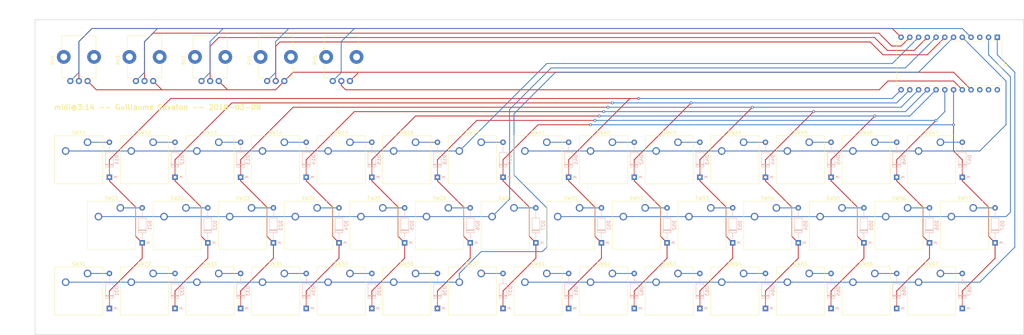
<source format=kicad_pcb>
(kicad_pcb (version 20171130) (host pcbnew 5.0.0-rc1-44a33f2~62~ubuntu16.04.1)
  (layers (0 F.Cu signal) (31 B.Cu signal) (34 B.Paste user) (35 F.Paste user) (36 B.SilkS user) (37 F.SilkS user) (38 B.Mask user) (39 F.Mask user) (44 Edge.Cuts user))
  (net 0 "")
  (net 1 ROW1)
  (net 2 "Net-(D11-Pad2)")
  (net 3 "Net-(D12-Pad2)")
  (net 4 "Net-(D13-Pad2)")
  (net 5 "Net-(D14-Pad2)")
  (net 6 "Net-(D15-Pad2)")
  (net 7 "Net-(D16-Pad2)")
  (net 8 "Net-(D17-Pad2)")
  (net 9 ROW2)
  (net 10 "Net-(D21-Pad2)")
  (net 11 "Net-(D22-Pad2)")
  (net 12 "Net-(D23-Pad2)")
  (net 13 "Net-(D24-Pad2)")
  (net 14 "Net-(D25-Pad2)")
  (net 15 "Net-(D26-Pad2)")
  (net 16 "Net-(D27-Pad2)")
  (net 17 COL7)
  (net 18 COL6)
  (net 19 "Net-(U1-Pad3)")
  (net 20 COL5)
  (net 21 COL4)
  (net 22 COL3)
  (net 23 COL2)
  (net 24 COL1)
  (net 25 +5V)
  (net 26 "Net-(U1-Pad22)")
  (net 27 "Net-(U1-Pad23)")
  (net 28 "Net-(U1-Pad24)")
  (net 29 "Net-(D31-Pad2)")
  (net 30 "Net-(D32-Pad2)")
  (net 31 "Net-(D33-Pad2)")
  (net 32 "Net-(D34-Pad2)")
  (net 33 "Net-(D35-Pad2)")
  (net 34 "Net-(D36-Pad2)")
  (net 35 "Net-(D37-Pad2)")
  (net 36 "Net-(D41-Pad2)")
  (net 37 "Net-(D42-Pad2)")
  (net 38 "Net-(D43-Pad2)")
  (net 39 "Net-(D44-Pad2)")
  (net 40 "Net-(D45-Pad2)")
  (net 41 "Net-(D46-Pad2)")
  (net 42 "Net-(D47-Pad2)")
  (net 43 "Net-(D51-Pad2)")
  (net 44 "Net-(D52-Pad2)")
  (net 45 "Net-(D53-Pad2)")
  (net 46 "Net-(D54-Pad2)")
  (net 47 "Net-(D55-Pad2)")
  (net 48 "Net-(D56-Pad2)")
  (net 49 "Net-(D57-Pad2)")
  (net 50 "Net-(D61-Pad2)")
  (net 51 "Net-(D62-Pad2)")
  (net 52 "Net-(D63-Pad2)")
  (net 53 "Net-(D64-Pad2)")
  (net 54 "Net-(D65-Pad2)")
  (net 55 "Net-(D66-Pad2)")
  (net 56 "Net-(D67-Pad2)")
  (net 57 ROW3)
  (net 58 ROW4)
  (net 59 ROW5)
  (net 60 ROW6)
  (net 61 GND)
  (net 62 "Net-(RV1-Pad2)")
  (net 63 "Net-(RV2-Pad2)")
  (net 64 "Net-(RV3-Pad2)")
  (net 65 "Net-(RV4-Pad2)")
  (net 66 "Net-(RV5-Pad2)")
  (module Potentiometer_THT:Potentiometer_Bourns_PTV09A-1_Single_Vertical (layer F.Cu) (at 96.52 114.3 90)
    (fp_text reference RV3 (at 6.05 -10.15 90) (layer F.SilkS))
    (fp_text value POT)
    (pad 3 thru_hole circle (at 0 -5 90) (size 1.8 1.8) (drill 1) (layers *.Cu *.Mask) (net 61 GND))
    (pad 2 thru_hole circle (at 0 -2.5 90) (size 1.8 1.8) (drill 1) (layers *.Cu *.Mask) (net 64 "Net-(RV3-Pad2)"))
    (pad 1 thru_hole circle (at 0 0 90) (size 1.8 1.8) (drill 1) (layers *.Cu *.Mask) (net 25 +5V))
    (pad "" np_thru_hole circle (at 7 -6.9 90) (size 4 4) (drill 2) (layers *.Cu *.Mask))
    (pad "" np_thru_hole circle (at 7 1.9 90) (size 4 4) (drill 2) (layers *.Cu *.Mask))
  )
  (module Potentiometer_THT:Potentiometer_Bourns_PTV09A-1_Single_Vertical (layer F.Cu) (at 115.57 114.3 90)
    (fp_text reference RV2 (at 6.05 -10.15 90) (layer F.SilkS))
    (fp_text value POT)
    (pad "" np_thru_hole circle (at 7 1.9 90) (size 4 4) (drill 2) (layers *.Cu *.Mask))
    (pad "" np_thru_hole circle (at 7 -6.9 90) (size 4 4) (drill 2) (layers *.Cu *.Mask))
    (pad 1 thru_hole circle (at 0 0 90) (size 1.8 1.8) (drill 1) (layers *.Cu *.Mask) (net 25 +5V))
    (pad 2 thru_hole circle (at 0 -2.5 90) (size 1.8 1.8) (drill 1) (layers *.Cu *.Mask) (net 63 "Net-(RV2-Pad2)"))
    (pad 3 thru_hole circle (at 0 -5 90) (size 1.8 1.8) (drill 1) (layers *.Cu *.Mask) (net 61 GND))
  )
  (module Potentiometer_THT:Potentiometer_Bourns_PTV09A-1_Single_Vertical (layer F.Cu) (at 134.62 114.3 90)
    (fp_text reference RV1 (at 6.05 -10.15 90) (layer F.SilkS))
    (fp_text value POT)
    (pad 3 thru_hole circle (at 0 -5 90) (size 1.8 1.8) (drill 1) (layers *.Cu *.Mask) (net 61 GND))
    (pad 2 thru_hole circle (at 0 -2.5 90) (size 1.8 1.8) (drill 1) (layers *.Cu *.Mask) (net 62 "Net-(RV1-Pad2)"))
    (pad 1 thru_hole circle (at 0 0 90) (size 1.8 1.8) (drill 1) (layers *.Cu *.Mask) (net 25 +5V))
    (pad "" np_thru_hole circle (at 7 -6.9 90) (size 4 4) (drill 2) (layers *.Cu *.Mask))
    (pad "" np_thru_hole circle (at 7 1.9 90) (size 4 4) (drill 2) (layers *.Cu *.Mask))
  )
  (module Potentiometer_THT:Potentiometer_Bourns_PTV09A-1_Single_Vertical (layer F.Cu) (at 153.67 114.3 90)
    (fp_text reference RV5 (at 6.05 -10.15 90) (layer F.SilkS))
    (fp_text value POT)
    (pad "" np_thru_hole circle (at 7 1.9 90) (size 4 4) (drill 2) (layers *.Cu *.Mask))
    (pad "" np_thru_hole circle (at 7 -6.9 90) (size 4 4) (drill 2) (layers *.Cu *.Mask))
    (pad 1 thru_hole circle (at 0 0 90) (size 1.8 1.8) (drill 1) (layers *.Cu *.Mask) (net 25 +5V))
    (pad 2 thru_hole circle (at 0 -2.5 90) (size 1.8 1.8) (drill 1) (layers *.Cu *.Mask) (net 66 "Net-(RV5-Pad2)"))
    (pad 3 thru_hole circle (at 0 -5 90) (size 1.8 1.8) (drill 1) (layers *.Cu *.Mask) (net 61 GND))
  )
  (module Potentiometer_THT:Potentiometer_Bourns_PTV09A-1_Single_Vertical (layer F.Cu) (at 77.47 114.3 90)
    (fp_text reference RV4 (at 6.05 -10.15 90) (layer F.SilkS))
    (fp_text value POT)
    (pad 3 thru_hole circle (at 0 -5 90) (size 1.8 1.8) (drill 1) (layers *.Cu *.Mask) (net 61 GND))
    (pad 2 thru_hole circle (at 0 -2.5 90) (size 1.8 1.8) (drill 1) (layers *.Cu *.Mask) (net 65 "Net-(RV4-Pad2)"))
    (pad 1 thru_hole circle (at 0 0 90) (size 1.8 1.8) (drill 1) (layers *.Cu *.Mask) (net 25 +5V))
    (pad "" np_thru_hole circle (at 7 -6.9 90) (size 4 4) (drill 2) (layers *.Cu *.Mask))
    (pad "" np_thru_hole circle (at 7 1.9 90) (size 4 4) (drill 2) (layers *.Cu *.Mask))
  )
  (module Button_Switch_Keyboard:SW_Cherry_MX1A_1.00u_PCB (layer F.Cu) (at 229.87 132.08)
    (fp_text reference SW42 (at -2.54 -2.794) (layer F.SilkS))
    (fp_text value SW_Push)
    (pad "" np_thru_hole circle (at 2.54 5.08) (size 1.7 1.7) (drill 1.7) (layers *.Cu *.Mask))
    (pad "" np_thru_hole circle (at -7.62 5.08) (size 1.7 1.7) (drill 1.7) (layers *.Cu *.Mask))
    (pad "" np_thru_hole circle (at -2.54 5.08) (size 4 4) (drill 4) (layers *.Cu *.Mask))
    (pad 2 thru_hole circle (at -6.35 2.54) (size 2.2 2.2) (drill 1.5) (layers *.Cu *.Mask) (net 58 ROW4))
    (pad 1 thru_hole circle (at 0 0) (size 2.2 2.2) (drill 1.5) (layers *.Cu *.Mask) (net 37 "Net-(D42-Pad2)"))
  )
  (module Package_DIP:DIP-24_W15.24mm (layer F.Cu) (at 341.63 101.6 270)
    (fp_text reference U1 (at 7.62 -2.33 270) (layer F.SilkS))
    (fp_text value Arduino_Pro_Micro)
    (pad 24 thru_hole oval (at 15.24 0 270) (size 1.6 1.6) (drill 0.8) (layers *.Cu *.Mask) (net 28 "Net-(U1-Pad24)"))
    (pad 12 thru_hole oval (at 0 27.94 270) (size 1.6 1.6) (drill 0.8) (layers *.Cu *.Mask) (net 65 "Net-(RV4-Pad2)"))
    (pad 23 thru_hole oval (at 15.24 2.54 270) (size 1.6 1.6) (drill 0.8) (layers *.Cu *.Mask) (net 27 "Net-(U1-Pad23)"))
    (pad 11 thru_hole oval (at 0 25.4 270) (size 1.6 1.6) (drill 0.8) (layers *.Cu *.Mask) (net 64 "Net-(RV3-Pad2)"))
    (pad 22 thru_hole oval (at 15.24 5.08 270) (size 1.6 1.6) (drill 0.8) (layers *.Cu *.Mask) (net 26 "Net-(U1-Pad22)"))
    (pad 10 thru_hole oval (at 0 22.86 270) (size 1.6 1.6) (drill 0.8) (layers *.Cu *.Mask) (net 1 ROW1))
    (pad 21 thru_hole oval (at 15.24 7.62 270) (size 1.6 1.6) (drill 0.8) (layers *.Cu *.Mask) (net 25 +5V))
    (pad 9 thru_hole oval (at 0 20.32 270) (size 1.6 1.6) (drill 0.8) (layers *.Cu *.Mask) (net 63 "Net-(RV2-Pad2)"))
    (pad 20 thru_hole oval (at 15.24 10.16 270) (size 1.6 1.6) (drill 0.8) (layers *.Cu *.Mask) (net 66 "Net-(RV5-Pad2)"))
    (pad 8 thru_hole oval (at 0 17.78 270) (size 1.6 1.6) (drill 0.8) (layers *.Cu *.Mask) (net 9 ROW2))
    (pad 19 thru_hole oval (at 15.24 12.7 270) (size 1.6 1.6) (drill 0.8) (layers *.Cu *.Mask) (net 17 COL7))
    (pad 7 thru_hole oval (at 0 15.24 270) (size 1.6 1.6) (drill 0.8) (layers *.Cu *.Mask) (net 62 "Net-(RV1-Pad2)"))
    (pad 18 thru_hole oval (at 15.24 15.24 270) (size 1.6 1.6) (drill 0.8) (layers *.Cu *.Mask) (net 18 COL6))
    (pad 6 thru_hole oval (at 0 12.7 270) (size 1.6 1.6) (drill 0.8) (layers *.Cu *.Mask) (net 57 ROW3))
    (pad 17 thru_hole oval (at 15.24 17.78 270) (size 1.6 1.6) (drill 0.8) (layers *.Cu *.Mask) (net 20 COL5))
    (pad 5 thru_hole oval (at 0 10.16 270) (size 1.6 1.6) (drill 0.8) (layers *.Cu *.Mask) (net 58 ROW4))
    (pad 16 thru_hole oval (at 15.24 20.32 270) (size 1.6 1.6) (drill 0.8) (layers *.Cu *.Mask) (net 21 COL4))
    (pad 4 thru_hole oval (at 0 7.62 270) (size 1.6 1.6) (drill 0.8) (layers *.Cu *.Mask) (net 61 GND))
    (pad 15 thru_hole oval (at 15.24 22.86 270) (size 1.6 1.6) (drill 0.8) (layers *.Cu *.Mask) (net 22 COL3))
    (pad 3 thru_hole oval (at 0 5.08 270) (size 1.6 1.6) (drill 0.8) (layers *.Cu *.Mask) (net 19 "Net-(U1-Pad3)"))
    (pad 14 thru_hole oval (at 15.24 25.4 270) (size 1.6 1.6) (drill 0.8) (layers *.Cu *.Mask) (net 23 COL2))
    (pad 2 thru_hole oval (at 0 2.54 270) (size 1.6 1.6) (drill 0.8) (layers *.Cu *.Mask) (net 59 ROW5))
    (pad 13 thru_hole oval (at 15.24 27.94 270) (size 1.6 1.6) (drill 0.8) (layers *.Cu *.Mask) (net 24 COL1))
    (pad 1 thru_hole rect (at 0 0 270) (size 1.6 1.6) (drill 0.8) (layers *.Cu *.Mask) (net 60 ROW6))
  )
  (module Button_Switch_Keyboard:SW_Cherry_MX1A_1.00u_PCB (layer F.Cu) (at 325.12 132.08)
    (fp_text reference SW47 (at -2.54 -2.794) (layer F.SilkS))
    (fp_text value SW_Push)
    (pad "" np_thru_hole circle (at 2.54 5.08) (size 1.7 1.7) (drill 1.7) (layers *.Cu *.Mask))
    (pad "" np_thru_hole circle (at -7.62 5.08) (size 1.7 1.7) (drill 1.7) (layers *.Cu *.Mask))
    (pad "" np_thru_hole circle (at -2.54 5.08) (size 4 4) (drill 4) (layers *.Cu *.Mask))
    (pad 2 thru_hole circle (at -6.35 2.54) (size 2.2 2.2) (drill 1.5) (layers *.Cu *.Mask) (net 58 ROW4))
    (pad 1 thru_hole circle (at 0 0) (size 2.2 2.2) (drill 1.5) (layers *.Cu *.Mask) (net 42 "Net-(D47-Pad2)"))
  )
  (module Button_Switch_Keyboard:SW_Cherry_MX1A_1.00u_PCB (layer F.Cu) (at 77.47 132.08)
    (fp_text reference SW11 (at -2.54 -2.794) (layer F.SilkS))
    (fp_text value SW_Push)
    (pad "" np_thru_hole circle (at 2.54 5.08) (size 1.7 1.7) (drill 1.7) (layers *.Cu *.Mask))
    (pad "" np_thru_hole circle (at -7.62 5.08) (size 1.7 1.7) (drill 1.7) (layers *.Cu *.Mask))
    (pad "" np_thru_hole circle (at -2.54 5.08) (size 4 4) (drill 4) (layers *.Cu *.Mask))
    (pad 2 thru_hole circle (at -6.35 2.54) (size 2.2 2.2) (drill 1.5) (layers *.Cu *.Mask) (net 1 ROW1))
    (pad 1 thru_hole circle (at 0 0) (size 2.2 2.2) (drill 1.5) (layers *.Cu *.Mask) (net 2 "Net-(D11-Pad2)"))
  )
  (module Button_Switch_Keyboard:SW_Cherry_MX1A_1.00u_PCB (layer F.Cu) (at 96.52 132.08)
    (fp_text reference SW12 (at -2.54 -2.794) (layer F.SilkS))
    (fp_text value SW_Push)
    (pad "" np_thru_hole circle (at 2.54 5.08) (size 1.7 1.7) (drill 1.7) (layers *.Cu *.Mask))
    (pad "" np_thru_hole circle (at -7.62 5.08) (size 1.7 1.7) (drill 1.7) (layers *.Cu *.Mask))
    (pad "" np_thru_hole circle (at -2.54 5.08) (size 4 4) (drill 4) (layers *.Cu *.Mask))
    (pad 2 thru_hole circle (at -6.35 2.54) (size 2.2 2.2) (drill 1.5) (layers *.Cu *.Mask) (net 1 ROW1))
    (pad 1 thru_hole circle (at 0 0) (size 2.2 2.2) (drill 1.5) (layers *.Cu *.Mask) (net 3 "Net-(D12-Pad2)"))
  )
  (module Button_Switch_Keyboard:SW_Cherry_MX1A_1.00u_PCB (layer F.Cu) (at 115.57 132.08)
    (fp_text reference SW13 (at -2.54 -2.794) (layer F.SilkS))
    (fp_text value SW_Push)
    (pad "" np_thru_hole circle (at 2.54 5.08) (size 1.7 1.7) (drill 1.7) (layers *.Cu *.Mask))
    (pad "" np_thru_hole circle (at -7.62 5.08) (size 1.7 1.7) (drill 1.7) (layers *.Cu *.Mask))
    (pad "" np_thru_hole circle (at -2.54 5.08) (size 4 4) (drill 4) (layers *.Cu *.Mask))
    (pad 2 thru_hole circle (at -6.35 2.54) (size 2.2 2.2) (drill 1.5) (layers *.Cu *.Mask) (net 1 ROW1))
    (pad 1 thru_hole circle (at 0 0) (size 2.2 2.2) (drill 1.5) (layers *.Cu *.Mask) (net 4 "Net-(D13-Pad2)"))
  )
  (module Button_Switch_Keyboard:SW_Cherry_MX1A_1.00u_PCB (layer F.Cu) (at 134.62 132.08)
    (fp_text reference SW14 (at -2.54 -2.794) (layer F.SilkS))
    (fp_text value SW_Push)
    (pad "" np_thru_hole circle (at 2.54 5.08) (size 1.7 1.7) (drill 1.7) (layers *.Cu *.Mask))
    (pad "" np_thru_hole circle (at -7.62 5.08) (size 1.7 1.7) (drill 1.7) (layers *.Cu *.Mask))
    (pad "" np_thru_hole circle (at -2.54 5.08) (size 4 4) (drill 4) (layers *.Cu *.Mask))
    (pad 2 thru_hole circle (at -6.35 2.54) (size 2.2 2.2) (drill 1.5) (layers *.Cu *.Mask) (net 1 ROW1))
    (pad 1 thru_hole circle (at 0 0) (size 2.2 2.2) (drill 1.5) (layers *.Cu *.Mask) (net 5 "Net-(D14-Pad2)"))
  )
  (module Button_Switch_Keyboard:SW_Cherry_MX1A_1.00u_PCB (layer F.Cu) (at 153.67 132.08)
    (fp_text reference SW15 (at -2.54 -2.794) (layer F.SilkS))
    (fp_text value SW_Push)
    (pad "" np_thru_hole circle (at 2.54 5.08) (size 1.7 1.7) (drill 1.7) (layers *.Cu *.Mask))
    (pad "" np_thru_hole circle (at -7.62 5.08) (size 1.7 1.7) (drill 1.7) (layers *.Cu *.Mask))
    (pad "" np_thru_hole circle (at -2.54 5.08) (size 4 4) (drill 4) (layers *.Cu *.Mask))
    (pad 2 thru_hole circle (at -6.35 2.54) (size 2.2 2.2) (drill 1.5) (layers *.Cu *.Mask) (net 1 ROW1))
    (pad 1 thru_hole circle (at 0 0) (size 2.2 2.2) (drill 1.5) (layers *.Cu *.Mask) (net 6 "Net-(D15-Pad2)"))
  )
  (module Button_Switch_Keyboard:SW_Cherry_MX1A_1.00u_PCB (layer F.Cu) (at 172.72 132.08)
    (fp_text reference SW16 (at -2.54 -2.794) (layer F.SilkS))
    (fp_text value SW_Push)
    (pad "" np_thru_hole circle (at 2.54 5.08) (size 1.7 1.7) (drill 1.7) (layers *.Cu *.Mask))
    (pad "" np_thru_hole circle (at -7.62 5.08) (size 1.7 1.7) (drill 1.7) (layers *.Cu *.Mask))
    (pad "" np_thru_hole circle (at -2.54 5.08) (size 4 4) (drill 4) (layers *.Cu *.Mask))
    (pad 2 thru_hole circle (at -6.35 2.54) (size 2.2 2.2) (drill 1.5) (layers *.Cu *.Mask) (net 1 ROW1))
    (pad 1 thru_hole circle (at 0 0) (size 2.2 2.2) (drill 1.5) (layers *.Cu *.Mask) (net 7 "Net-(D16-Pad2)"))
  )
  (module Button_Switch_Keyboard:SW_Cherry_MX1A_1.00u_PCB (layer F.Cu) (at 191.77 132.08)
    (fp_text reference SW17 (at -2.54 -2.794) (layer F.SilkS))
    (fp_text value SW_Push)
    (pad "" np_thru_hole circle (at 2.54 5.08) (size 1.7 1.7) (drill 1.7) (layers *.Cu *.Mask))
    (pad "" np_thru_hole circle (at -7.62 5.08) (size 1.7 1.7) (drill 1.7) (layers *.Cu *.Mask))
    (pad "" np_thru_hole circle (at -2.54 5.08) (size 4 4) (drill 4) (layers *.Cu *.Mask))
    (pad 2 thru_hole circle (at -6.35 2.54) (size 2.2 2.2) (drill 1.5) (layers *.Cu *.Mask) (net 1 ROW1))
    (pad 1 thru_hole circle (at 0 0) (size 2.2 2.2) (drill 1.5) (layers *.Cu *.Mask) (net 8 "Net-(D17-Pad2)"))
  )
  (module Button_Switch_Keyboard:SW_Cherry_MX1A_1.00u_PCB (layer F.Cu) (at 86.995 151.13)
    (fp_text reference SW21 (at -2.54 -2.794) (layer F.SilkS))
    (fp_text value SW_Push)
    (pad "" np_thru_hole circle (at 2.54 5.08) (size 1.7 1.7) (drill 1.7) (layers *.Cu *.Mask))
    (pad "" np_thru_hole circle (at -7.62 5.08) (size 1.7 1.7) (drill 1.7) (layers *.Cu *.Mask))
    (pad "" np_thru_hole circle (at -2.54 5.08) (size 4 4) (drill 4) (layers *.Cu *.Mask))
    (pad 2 thru_hole circle (at -6.35 2.54) (size 2.2 2.2) (drill 1.5) (layers *.Cu *.Mask) (net 9 ROW2))
    (pad 1 thru_hole circle (at 0 0) (size 2.2 2.2) (drill 1.5) (layers *.Cu *.Mask) (net 10 "Net-(D21-Pad2)"))
  )
  (module Button_Switch_Keyboard:SW_Cherry_MX1A_1.00u_PCB (layer F.Cu) (at 106.045 151.13)
    (fp_text reference SW22 (at -2.54 -2.794) (layer F.SilkS))
    (fp_text value SW_Push)
    (pad "" np_thru_hole circle (at 2.54 5.08) (size 1.7 1.7) (drill 1.7) (layers *.Cu *.Mask))
    (pad "" np_thru_hole circle (at -7.62 5.08) (size 1.7 1.7) (drill 1.7) (layers *.Cu *.Mask))
    (pad "" np_thru_hole circle (at -2.54 5.08) (size 4 4) (drill 4) (layers *.Cu *.Mask))
    (pad 2 thru_hole circle (at -6.35 2.54) (size 2.2 2.2) (drill 1.5) (layers *.Cu *.Mask) (net 9 ROW2))
    (pad 1 thru_hole circle (at 0 0) (size 2.2 2.2) (drill 1.5) (layers *.Cu *.Mask) (net 11 "Net-(D22-Pad2)"))
  )
  (module Button_Switch_Keyboard:SW_Cherry_MX1A_1.00u_PCB (layer F.Cu) (at 125.095 151.13)
    (fp_text reference SW23 (at -2.54 -2.794) (layer F.SilkS))
    (fp_text value SW_Push)
    (pad "" np_thru_hole circle (at 2.54 5.08) (size 1.7 1.7) (drill 1.7) (layers *.Cu *.Mask))
    (pad "" np_thru_hole circle (at -7.62 5.08) (size 1.7 1.7) (drill 1.7) (layers *.Cu *.Mask))
    (pad "" np_thru_hole circle (at -2.54 5.08) (size 4 4) (drill 4) (layers *.Cu *.Mask))
    (pad 2 thru_hole circle (at -6.35 2.54) (size 2.2 2.2) (drill 1.5) (layers *.Cu *.Mask) (net 9 ROW2))
    (pad 1 thru_hole circle (at 0 0) (size 2.2 2.2) (drill 1.5) (layers *.Cu *.Mask) (net 12 "Net-(D23-Pad2)"))
  )
  (module Button_Switch_Keyboard:SW_Cherry_MX1A_1.00u_PCB (layer F.Cu) (at 144.145 151.13)
    (fp_text reference SW24 (at -2.54 -2.794) (layer F.SilkS))
    (fp_text value SW_Push)
    (pad "" np_thru_hole circle (at 2.54 5.08) (size 1.7 1.7) (drill 1.7) (layers *.Cu *.Mask))
    (pad "" np_thru_hole circle (at -7.62 5.08) (size 1.7 1.7) (drill 1.7) (layers *.Cu *.Mask))
    (pad "" np_thru_hole circle (at -2.54 5.08) (size 4 4) (drill 4) (layers *.Cu *.Mask))
    (pad 2 thru_hole circle (at -6.35 2.54) (size 2.2 2.2) (drill 1.5) (layers *.Cu *.Mask) (net 9 ROW2))
    (pad 1 thru_hole circle (at 0 0) (size 2.2 2.2) (drill 1.5) (layers *.Cu *.Mask) (net 13 "Net-(D24-Pad2)"))
  )
  (module Button_Switch_Keyboard:SW_Cherry_MX1A_1.00u_PCB (layer F.Cu) (at 163.195 151.13)
    (fp_text reference SW25 (at -2.54 -2.794) (layer F.SilkS))
    (fp_text value SW_Push)
    (pad "" np_thru_hole circle (at 2.54 5.08) (size 1.7 1.7) (drill 1.7) (layers *.Cu *.Mask))
    (pad "" np_thru_hole circle (at -7.62 5.08) (size 1.7 1.7) (drill 1.7) (layers *.Cu *.Mask))
    (pad "" np_thru_hole circle (at -2.54 5.08) (size 4 4) (drill 4) (layers *.Cu *.Mask))
    (pad 2 thru_hole circle (at -6.35 2.54) (size 2.2 2.2) (drill 1.5) (layers *.Cu *.Mask) (net 9 ROW2))
    (pad 1 thru_hole circle (at 0 0) (size 2.2 2.2) (drill 1.5) (layers *.Cu *.Mask) (net 14 "Net-(D25-Pad2)"))
  )
  (module Button_Switch_Keyboard:SW_Cherry_MX1A_1.00u_PCB (layer F.Cu) (at 182.245 151.13)
    (fp_text reference SW26 (at -2.54 -2.794) (layer F.SilkS))
    (fp_text value SW_Push)
    (pad "" np_thru_hole circle (at 2.54 5.08) (size 1.7 1.7) (drill 1.7) (layers *.Cu *.Mask))
    (pad "" np_thru_hole circle (at -7.62 5.08) (size 1.7 1.7) (drill 1.7) (layers *.Cu *.Mask))
    (pad "" np_thru_hole circle (at -2.54 5.08) (size 4 4) (drill 4) (layers *.Cu *.Mask))
    (pad 2 thru_hole circle (at -6.35 2.54) (size 2.2 2.2) (drill 1.5) (layers *.Cu *.Mask) (net 9 ROW2))
    (pad 1 thru_hole circle (at 0 0) (size 2.2 2.2) (drill 1.5) (layers *.Cu *.Mask) (net 15 "Net-(D26-Pad2)"))
  )
  (module Button_Switch_Keyboard:SW_Cherry_MX1A_1.00u_PCB (layer F.Cu) (at 201.295 151.13)
    (fp_text reference SW27 (at -2.54 -2.794) (layer F.SilkS))
    (fp_text value SW_Push)
    (pad "" np_thru_hole circle (at 2.54 5.08) (size 1.7 1.7) (drill 1.7) (layers *.Cu *.Mask))
    (pad "" np_thru_hole circle (at -7.62 5.08) (size 1.7 1.7) (drill 1.7) (layers *.Cu *.Mask))
    (pad "" np_thru_hole circle (at -2.54 5.08) (size 4 4) (drill 4) (layers *.Cu *.Mask))
    (pad 2 thru_hole circle (at -6.35 2.54) (size 2.2 2.2) (drill 1.5) (layers *.Cu *.Mask) (net 9 ROW2))
    (pad 1 thru_hole circle (at 0 0) (size 2.2 2.2) (drill 1.5) (layers *.Cu *.Mask) (net 16 "Net-(D27-Pad2)"))
  )
  (module Diode_THT:D_DO-35_SOD27_P10.16mm_Horizontal (layer B.Cu) (at 83.82 142.24 90)
    (fp_text reference D11 (at 5.08 2.12 90) (layer B.SilkS) (effects (justify mirror)))
    (fp_text value 1N4148)
    (fp_text user K (at 0 1.8 90) (layer B.SilkS) (effects (justify mirror)))
    (pad 2 thru_hole oval (at 10.16 0 90) (size 1.6 1.6) (drill 0.8) (layers *.Cu *.Mask) (net 2 "Net-(D11-Pad2)"))
    (pad 1 thru_hole rect (at 0 0 90) (size 1.6 1.6) (drill 0.8) (layers *.Cu *.Mask) (net 24 COL1))
  )
  (module Diode_THT:D_DO-35_SOD27_P10.16mm_Horizontal (layer B.Cu) (at 102.87 142.24 90)
    (fp_text reference D12 (at 5.08 2.12 90) (layer B.SilkS) (effects (justify mirror)))
    (fp_text value 1N4148)
    (fp_text user K (at 0 1.8 90) (layer B.SilkS) (effects (justify mirror)))
    (pad 2 thru_hole oval (at 10.16 0 90) (size 1.6 1.6) (drill 0.8) (layers *.Cu *.Mask) (net 3 "Net-(D12-Pad2)"))
    (pad 1 thru_hole rect (at 0 0 90) (size 1.6 1.6) (drill 0.8) (layers *.Cu *.Mask) (net 23 COL2))
  )
  (module Diode_THT:D_DO-35_SOD27_P10.16mm_Horizontal (layer B.Cu) (at 121.92 142.24 90)
    (fp_text reference D13 (at 5.08 2.12 90) (layer B.SilkS) (effects (justify mirror)))
    (fp_text value 1N4148)
    (fp_text user K (at 0 1.8 90) (layer B.SilkS) (effects (justify mirror)))
    (pad 2 thru_hole oval (at 10.16 0 90) (size 1.6 1.6) (drill 0.8) (layers *.Cu *.Mask) (net 4 "Net-(D13-Pad2)"))
    (pad 1 thru_hole rect (at 0 0 90) (size 1.6 1.6) (drill 0.8) (layers *.Cu *.Mask) (net 22 COL3))
  )
  (module Diode_THT:D_DO-35_SOD27_P10.16mm_Horizontal (layer B.Cu) (at 140.97 142.24 90)
    (fp_text reference D14 (at 5.08 2.12 90) (layer B.SilkS) (effects (justify mirror)))
    (fp_text value 1N4148)
    (fp_text user K (at 0 1.8 90) (layer B.SilkS) (effects (justify mirror)))
    (pad 2 thru_hole oval (at 10.16 0 90) (size 1.6 1.6) (drill 0.8) (layers *.Cu *.Mask) (net 5 "Net-(D14-Pad2)"))
    (pad 1 thru_hole rect (at 0 0 90) (size 1.6 1.6) (drill 0.8) (layers *.Cu *.Mask) (net 21 COL4))
  )
  (module Diode_THT:D_DO-35_SOD27_P10.16mm_Horizontal (layer B.Cu) (at 160.02 142.24 90)
    (fp_text reference D15 (at 5.08 2.12 90) (layer B.SilkS) (effects (justify mirror)))
    (fp_text value 1N4148)
    (fp_text user K (at 0 1.8 90) (layer B.SilkS) (effects (justify mirror)))
    (pad 2 thru_hole oval (at 10.16 0 90) (size 1.6 1.6) (drill 0.8) (layers *.Cu *.Mask) (net 6 "Net-(D15-Pad2)"))
    (pad 1 thru_hole rect (at 0 0 90) (size 1.6 1.6) (drill 0.8) (layers *.Cu *.Mask) (net 20 COL5))
  )
  (module Diode_THT:D_DO-35_SOD27_P10.16mm_Horizontal (layer B.Cu) (at 179.07 142.24 90)
    (fp_text reference D16 (at 5.08 2.12 90) (layer B.SilkS) (effects (justify mirror)))
    (fp_text value 1N4148)
    (fp_text user K (at 0 1.8 90) (layer B.SilkS) (effects (justify mirror)))
    (pad 2 thru_hole oval (at 10.16 0 90) (size 1.6 1.6) (drill 0.8) (layers *.Cu *.Mask) (net 7 "Net-(D16-Pad2)"))
    (pad 1 thru_hole rect (at 0 0 90) (size 1.6 1.6) (drill 0.8) (layers *.Cu *.Mask) (net 18 COL6))
  )
  (module Diode_THT:D_DO-35_SOD27_P10.16mm_Horizontal (layer B.Cu) (at 198.12 142.24 90)
    (fp_text reference D17 (at 5.08 2.12 90) (layer B.SilkS) (effects (justify mirror)))
    (fp_text value 1N4148)
    (fp_text user K (at 0 1.8 90) (layer B.SilkS) (effects (justify mirror)))
    (pad 2 thru_hole oval (at 10.16 0 90) (size 1.6 1.6) (drill 0.8) (layers *.Cu *.Mask) (net 8 "Net-(D17-Pad2)"))
    (pad 1 thru_hole rect (at 0 0 90) (size 1.6 1.6) (drill 0.8) (layers *.Cu *.Mask) (net 17 COL7))
  )
  (module Diode_THT:D_DO-35_SOD27_P10.16mm_Horizontal (layer B.Cu) (at 93.345 161.29 90)
    (fp_text reference D21 (at 5.08 2.12 90) (layer B.SilkS) (effects (justify mirror)))
    (fp_text value 1N4148)
    (fp_text user K (at 0 1.8 90) (layer B.SilkS) (effects (justify mirror)))
    (pad 2 thru_hole oval (at 10.16 0 90) (size 1.6 1.6) (drill 0.8) (layers *.Cu *.Mask) (net 10 "Net-(D21-Pad2)"))
    (pad 1 thru_hole rect (at 0 0 90) (size 1.6 1.6) (drill 0.8) (layers *.Cu *.Mask) (net 24 COL1))
  )
  (module Diode_THT:D_DO-35_SOD27_P10.16mm_Horizontal (layer B.Cu) (at 112.395 161.29 90)
    (fp_text reference D22 (at 5.08 2.12 90) (layer B.SilkS) (effects (justify mirror)))
    (fp_text value 1N4148)
    (fp_text user K (at 0 1.8 90) (layer B.SilkS) (effects (justify mirror)))
    (pad 2 thru_hole oval (at 10.16 0 90) (size 1.6 1.6) (drill 0.8) (layers *.Cu *.Mask) (net 11 "Net-(D22-Pad2)"))
    (pad 1 thru_hole rect (at 0 0 90) (size 1.6 1.6) (drill 0.8) (layers *.Cu *.Mask) (net 23 COL2))
  )
  (module Diode_THT:D_DO-35_SOD27_P10.16mm_Horizontal (layer B.Cu) (at 131.445 161.29 90)
    (fp_text reference D23 (at 5.08 2.12 90) (layer B.SilkS) (effects (justify mirror)))
    (fp_text value 1N4148)
    (fp_text user K (at 0 1.8 90) (layer B.SilkS) (effects (justify mirror)))
    (pad 2 thru_hole oval (at 10.16 0 90) (size 1.6 1.6) (drill 0.8) (layers *.Cu *.Mask) (net 12 "Net-(D23-Pad2)"))
    (pad 1 thru_hole rect (at 0 0 90) (size 1.6 1.6) (drill 0.8) (layers *.Cu *.Mask) (net 22 COL3))
  )
  (module Diode_THT:D_DO-35_SOD27_P10.16mm_Horizontal (layer B.Cu) (at 150.495 161.29 90)
    (fp_text reference D24 (at 5.08 2.12 90) (layer B.SilkS) (effects (justify mirror)))
    (fp_text value 1N4148)
    (fp_text user K (at 0 1.8 90) (layer B.SilkS) (effects (justify mirror)))
    (pad 2 thru_hole oval (at 10.16 0 90) (size 1.6 1.6) (drill 0.8) (layers *.Cu *.Mask) (net 13 "Net-(D24-Pad2)"))
    (pad 1 thru_hole rect (at 0 0 90) (size 1.6 1.6) (drill 0.8) (layers *.Cu *.Mask) (net 21 COL4))
  )
  (module Diode_THT:D_DO-35_SOD27_P10.16mm_Horizontal (layer B.Cu) (at 169.545 161.29 90)
    (fp_text reference D25 (at 5.08 2.12 90) (layer B.SilkS) (effects (justify mirror)))
    (fp_text value 1N4148)
    (fp_text user K (at 0 1.8 90) (layer B.SilkS) (effects (justify mirror)))
    (pad 2 thru_hole oval (at 10.16 0 90) (size 1.6 1.6) (drill 0.8) (layers *.Cu *.Mask) (net 14 "Net-(D25-Pad2)"))
    (pad 1 thru_hole rect (at 0 0 90) (size 1.6 1.6) (drill 0.8) (layers *.Cu *.Mask) (net 20 COL5))
  )
  (module Diode_THT:D_DO-35_SOD27_P10.16mm_Horizontal (layer B.Cu) (at 188.595 161.29 90)
    (fp_text reference D26 (at 5.08 2.12 90) (layer B.SilkS) (effects (justify mirror)))
    (fp_text value 1N4148)
    (fp_text user K (at 0 1.8 90) (layer B.SilkS) (effects (justify mirror)))
    (pad 2 thru_hole oval (at 10.16 0 90) (size 1.6 1.6) (drill 0.8) (layers *.Cu *.Mask) (net 15 "Net-(D26-Pad2)"))
    (pad 1 thru_hole rect (at 0 0 90) (size 1.6 1.6) (drill 0.8) (layers *.Cu *.Mask) (net 18 COL6))
  )
  (module Diode_THT:D_DO-35_SOD27_P10.16mm_Horizontal (layer B.Cu) (at 207.645 161.29 90)
    (fp_text reference D27 (at 5.08 2.12 90) (layer B.SilkS) (effects (justify mirror)))
    (fp_text value 1N4148)
    (fp_text user K (at 0 1.8 90) (layer B.SilkS) (effects (justify mirror)))
    (pad 2 thru_hole oval (at 10.16 0 90) (size 1.6 1.6) (drill 0.8) (layers *.Cu *.Mask) (net 16 "Net-(D27-Pad2)"))
    (pad 1 thru_hole rect (at 0 0 90) (size 1.6 1.6) (drill 0.8) (layers *.Cu *.Mask) (net 17 COL7))
  )
  (module Diode_THT:D_DO-35_SOD27_P10.16mm_Horizontal (layer B.Cu) (at 83.82 180.34 90)
    (fp_text reference D31 (at 5.08 2.12 90) (layer B.SilkS) (effects (justify mirror)))
    (fp_text value 1N4148)
    (fp_text user K (at 0 1.8 90) (layer B.SilkS) (effects (justify mirror)))
    (pad 2 thru_hole oval (at 10.16 0 90) (size 1.6 1.6) (drill 0.8) (layers *.Cu *.Mask) (net 29 "Net-(D31-Pad2)"))
    (pad 1 thru_hole rect (at 0 0 90) (size 1.6 1.6) (drill 0.8) (layers *.Cu *.Mask) (net 24 COL1))
  )
  (module Diode_THT:D_DO-35_SOD27_P10.16mm_Horizontal (layer B.Cu) (at 102.87 180.34 90)
    (fp_text reference D32 (at 5.08 2.12 90) (layer B.SilkS) (effects (justify mirror)))
    (fp_text value 1N4148)
    (fp_text user K (at 0 1.8 90) (layer B.SilkS) (effects (justify mirror)))
    (pad 2 thru_hole oval (at 10.16 0 90) (size 1.6 1.6) (drill 0.8) (layers *.Cu *.Mask) (net 30 "Net-(D32-Pad2)"))
    (pad 1 thru_hole rect (at 0 0 90) (size 1.6 1.6) (drill 0.8) (layers *.Cu *.Mask) (net 23 COL2))
  )
  (module Diode_THT:D_DO-35_SOD27_P10.16mm_Horizontal (layer B.Cu) (at 121.92 180.34 90)
    (fp_text reference D33 (at 5.08 2.12 90) (layer B.SilkS) (effects (justify mirror)))
    (fp_text value 1N4148)
    (fp_text user K (at 0 1.8 90) (layer B.SilkS) (effects (justify mirror)))
    (pad 2 thru_hole oval (at 10.16 0 90) (size 1.6 1.6) (drill 0.8) (layers *.Cu *.Mask) (net 31 "Net-(D33-Pad2)"))
    (pad 1 thru_hole rect (at 0 0 90) (size 1.6 1.6) (drill 0.8) (layers *.Cu *.Mask) (net 22 COL3))
  )
  (module Diode_THT:D_DO-35_SOD27_P10.16mm_Horizontal (layer B.Cu) (at 140.97 180.34 90)
    (fp_text reference D34 (at 5.08 2.12 90) (layer B.SilkS) (effects (justify mirror)))
    (fp_text value 1N4148)
    (fp_text user K (at 0 1.8 90) (layer B.SilkS) (effects (justify mirror)))
    (pad 2 thru_hole oval (at 10.16 0 90) (size 1.6 1.6) (drill 0.8) (layers *.Cu *.Mask) (net 32 "Net-(D34-Pad2)"))
    (pad 1 thru_hole rect (at 0 0 90) (size 1.6 1.6) (drill 0.8) (layers *.Cu *.Mask) (net 21 COL4))
  )
  (module Diode_THT:D_DO-35_SOD27_P10.16mm_Horizontal (layer B.Cu) (at 160.02 180.34 90)
    (fp_text reference D35 (at 5.08 2.12 90) (layer B.SilkS) (effects (justify mirror)))
    (fp_text value 1N4148)
    (fp_text user K (at 0 1.8 90) (layer B.SilkS) (effects (justify mirror)))
    (pad 2 thru_hole oval (at 10.16 0 90) (size 1.6 1.6) (drill 0.8) (layers *.Cu *.Mask) (net 33 "Net-(D35-Pad2)"))
    (pad 1 thru_hole rect (at 0 0 90) (size 1.6 1.6) (drill 0.8) (layers *.Cu *.Mask) (net 20 COL5))
  )
  (module Diode_THT:D_DO-35_SOD27_P10.16mm_Horizontal (layer B.Cu) (at 179.07 180.34 90)
    (fp_text reference D36 (at 5.08 2.12 90) (layer B.SilkS) (effects (justify mirror)))
    (fp_text value 1N4148)
    (fp_text user K (at 0 1.8 90) (layer B.SilkS) (effects (justify mirror)))
    (pad 2 thru_hole oval (at 10.16 0 90) (size 1.6 1.6) (drill 0.8) (layers *.Cu *.Mask) (net 34 "Net-(D36-Pad2)"))
    (pad 1 thru_hole rect (at 0 0 90) (size 1.6 1.6) (drill 0.8) (layers *.Cu *.Mask) (net 18 COL6))
  )
  (module Diode_THT:D_DO-35_SOD27_P10.16mm_Horizontal (layer B.Cu) (at 198.12 180.34 90)
    (fp_text reference D37 (at 5.08 2.12 90) (layer B.SilkS) (effects (justify mirror)))
    (fp_text value 1N4148)
    (fp_text user K (at 0 1.8 90) (layer B.SilkS) (effects (justify mirror)))
    (pad 2 thru_hole oval (at 10.16 0 90) (size 1.6 1.6) (drill 0.8) (layers *.Cu *.Mask) (net 35 "Net-(D37-Pad2)"))
    (pad 1 thru_hole rect (at 0 0 90) (size 1.6 1.6) (drill 0.8) (layers *.Cu *.Mask) (net 17 COL7))
  )
  (module Diode_THT:D_DO-35_SOD27_P10.16mm_Horizontal (layer B.Cu) (at 217.17 142.24 90)
    (fp_text reference D41 (at 5.08 2.12 90) (layer B.SilkS) (effects (justify mirror)))
    (fp_text value 1N4148)
    (fp_text user K (at 0 1.8 90) (layer B.SilkS) (effects (justify mirror)))
    (pad 2 thru_hole oval (at 10.16 0 90) (size 1.6 1.6) (drill 0.8) (layers *.Cu *.Mask) (net 36 "Net-(D41-Pad2)"))
    (pad 1 thru_hole rect (at 0 0 90) (size 1.6 1.6) (drill 0.8) (layers *.Cu *.Mask) (net 24 COL1))
  )
  (module Diode_THT:D_DO-35_SOD27_P10.16mm_Horizontal (layer B.Cu) (at 236.22 142.24 90)
    (fp_text reference D42 (at 5.08 2.12 90) (layer B.SilkS) (effects (justify mirror)))
    (fp_text value 1N4148)
    (fp_text user K (at 0 1.8 90) (layer B.SilkS) (effects (justify mirror)))
    (pad 2 thru_hole oval (at 10.16 0 90) (size 1.6 1.6) (drill 0.8) (layers *.Cu *.Mask) (net 37 "Net-(D42-Pad2)"))
    (pad 1 thru_hole rect (at 0 0 90) (size 1.6 1.6) (drill 0.8) (layers *.Cu *.Mask) (net 23 COL2))
  )
  (module Diode_THT:D_DO-35_SOD27_P10.16mm_Horizontal (layer B.Cu) (at 255.27 142.24 90)
    (fp_text reference D43 (at 5.08 2.12 90) (layer B.SilkS) (effects (justify mirror)))
    (fp_text value 1N4148)
    (fp_text user K (at 0 1.8 90) (layer B.SilkS) (effects (justify mirror)))
    (pad 2 thru_hole oval (at 10.16 0 90) (size 1.6 1.6) (drill 0.8) (layers *.Cu *.Mask) (net 38 "Net-(D43-Pad2)"))
    (pad 1 thru_hole rect (at 0 0 90) (size 1.6 1.6) (drill 0.8) (layers *.Cu *.Mask) (net 22 COL3))
  )
  (module Diode_THT:D_DO-35_SOD27_P10.16mm_Horizontal (layer B.Cu) (at 274.32 142.24 90)
    (fp_text reference D44 (at 5.08 2.12 90) (layer B.SilkS) (effects (justify mirror)))
    (fp_text value 1N4148)
    (fp_text user K (at 0 1.8 90) (layer B.SilkS) (effects (justify mirror)))
    (pad 2 thru_hole oval (at 10.16 0 90) (size 1.6 1.6) (drill 0.8) (layers *.Cu *.Mask) (net 39 "Net-(D44-Pad2)"))
    (pad 1 thru_hole rect (at 0 0 90) (size 1.6 1.6) (drill 0.8) (layers *.Cu *.Mask) (net 21 COL4))
  )
  (module Diode_THT:D_DO-35_SOD27_P10.16mm_Horizontal (layer B.Cu) (at 293.37 142.24 90)
    (fp_text reference D45 (at 5.08 2.12 90) (layer B.SilkS) (effects (justify mirror)))
    (fp_text value 1N4148)
    (fp_text user K (at 0 1.8 90) (layer B.SilkS) (effects (justify mirror)))
    (pad 2 thru_hole oval (at 10.16 0 90) (size 1.6 1.6) (drill 0.8) (layers *.Cu *.Mask) (net 40 "Net-(D45-Pad2)"))
    (pad 1 thru_hole rect (at 0 0 90) (size 1.6 1.6) (drill 0.8) (layers *.Cu *.Mask) (net 20 COL5))
  )
  (module Diode_THT:D_DO-35_SOD27_P10.16mm_Horizontal (layer B.Cu) (at 312.42 142.24 90)
    (fp_text reference D46 (at 5.08 2.12 90) (layer B.SilkS) (effects (justify mirror)))
    (fp_text value 1N4148)
    (fp_text user K (at 0 1.8 90) (layer B.SilkS) (effects (justify mirror)))
    (pad 2 thru_hole oval (at 10.16 0 90) (size 1.6 1.6) (drill 0.8) (layers *.Cu *.Mask) (net 41 "Net-(D46-Pad2)"))
    (pad 1 thru_hole rect (at 0 0 90) (size 1.6 1.6) (drill 0.8) (layers *.Cu *.Mask) (net 18 COL6))
  )
  (module Diode_THT:D_DO-35_SOD27_P10.16mm_Horizontal (layer B.Cu) (at 331.47 142.24 90)
    (fp_text reference D47 (at 5.08 2.12 90) (layer B.SilkS) (effects (justify mirror)))
    (fp_text value 1N4148)
    (fp_text user K (at 0 1.8 90) (layer B.SilkS) (effects (justify mirror)))
    (pad 2 thru_hole oval (at 10.16 0 90) (size 1.6 1.6) (drill 0.8) (layers *.Cu *.Mask) (net 42 "Net-(D47-Pad2)"))
    (pad 1 thru_hole rect (at 0 0 90) (size 1.6 1.6) (drill 0.8) (layers *.Cu *.Mask) (net 17 COL7))
  )
  (module Diode_THT:D_DO-35_SOD27_P10.16mm_Horizontal (layer B.Cu) (at 226.695 161.29 90)
    (fp_text reference D51 (at 5.08 2.12 90) (layer B.SilkS) (effects (justify mirror)))
    (fp_text value 1N4148)
    (fp_text user K (at 0 1.8 90) (layer B.SilkS) (effects (justify mirror)))
    (pad 2 thru_hole oval (at 10.16 0 90) (size 1.6 1.6) (drill 0.8) (layers *.Cu *.Mask) (net 43 "Net-(D51-Pad2)"))
    (pad 1 thru_hole rect (at 0 0 90) (size 1.6 1.6) (drill 0.8) (layers *.Cu *.Mask) (net 24 COL1))
  )
  (module Diode_THT:D_DO-35_SOD27_P10.16mm_Horizontal (layer B.Cu) (at 245.745 161.29 90)
    (fp_text reference D52 (at 5.08 2.12 90) (layer B.SilkS) (effects (justify mirror)))
    (fp_text value 1N4148)
    (fp_text user K (at 0 1.8 90) (layer B.SilkS) (effects (justify mirror)))
    (pad 2 thru_hole oval (at 10.16 0 90) (size 1.6 1.6) (drill 0.8) (layers *.Cu *.Mask) (net 44 "Net-(D52-Pad2)"))
    (pad 1 thru_hole rect (at 0 0 90) (size 1.6 1.6) (drill 0.8) (layers *.Cu *.Mask) (net 23 COL2))
  )
  (module Diode_THT:D_DO-35_SOD27_P10.16mm_Horizontal (layer B.Cu) (at 264.795 161.29 90)
    (fp_text reference D53 (at 5.08 2.12 90) (layer B.SilkS) (effects (justify mirror)))
    (fp_text value 1N4148)
    (fp_text user K (at 0 1.8 90) (layer B.SilkS) (effects (justify mirror)))
    (pad 2 thru_hole oval (at 10.16 0 90) (size 1.6 1.6) (drill 0.8) (layers *.Cu *.Mask) (net 45 "Net-(D53-Pad2)"))
    (pad 1 thru_hole rect (at 0 0 90) (size 1.6 1.6) (drill 0.8) (layers *.Cu *.Mask) (net 22 COL3))
  )
  (module Diode_THT:D_DO-35_SOD27_P10.16mm_Horizontal (layer B.Cu) (at 283.845 161.29 90)
    (fp_text reference D54 (at 5.08 2.12 90) (layer B.SilkS) (effects (justify mirror)))
    (fp_text value 1N4148)
    (fp_text user K (at 0 1.8 90) (layer B.SilkS) (effects (justify mirror)))
    (pad 2 thru_hole oval (at 10.16 0 90) (size 1.6 1.6) (drill 0.8) (layers *.Cu *.Mask) (net 46 "Net-(D54-Pad2)"))
    (pad 1 thru_hole rect (at 0 0 90) (size 1.6 1.6) (drill 0.8) (layers *.Cu *.Mask) (net 21 COL4))
  )
  (module Diode_THT:D_DO-35_SOD27_P10.16mm_Horizontal (layer B.Cu) (at 302.895 161.29 90)
    (fp_text reference D55 (at 5.08 2.12 90) (layer B.SilkS) (effects (justify mirror)))
    (fp_text value 1N4148)
    (fp_text user K (at 0 1.8 90) (layer B.SilkS) (effects (justify mirror)))
    (pad 2 thru_hole oval (at 10.16 0 90) (size 1.6 1.6) (drill 0.8) (layers *.Cu *.Mask) (net 47 "Net-(D55-Pad2)"))
    (pad 1 thru_hole rect (at 0 0 90) (size 1.6 1.6) (drill 0.8) (layers *.Cu *.Mask) (net 20 COL5))
  )
  (module Diode_THT:D_DO-35_SOD27_P10.16mm_Horizontal (layer B.Cu) (at 321.945 161.29 90)
    (fp_text reference D56 (at 5.08 2.12 90) (layer B.SilkS) (effects (justify mirror)))
    (fp_text value 1N4148)
    (fp_text user K (at 0 1.8 90) (layer B.SilkS) (effects (justify mirror)))
    (pad 2 thru_hole oval (at 10.16 0 90) (size 1.6 1.6) (drill 0.8) (layers *.Cu *.Mask) (net 48 "Net-(D56-Pad2)"))
    (pad 1 thru_hole rect (at 0 0 90) (size 1.6 1.6) (drill 0.8) (layers *.Cu *.Mask) (net 18 COL6))
  )
  (module Diode_THT:D_DO-35_SOD27_P10.16mm_Horizontal (layer B.Cu) (at 340.995 161.29 90)
    (fp_text reference D57 (at 5.08 2.12 90) (layer B.SilkS) (effects (justify mirror)))
    (fp_text value 1N4148)
    (fp_text user K (at 0 1.8 90) (layer B.SilkS) (effects (justify mirror)))
    (pad 2 thru_hole oval (at 10.16 0 90) (size 1.6 1.6) (drill 0.8) (layers *.Cu *.Mask) (net 49 "Net-(D57-Pad2)"))
    (pad 1 thru_hole rect (at 0 0 90) (size 1.6 1.6) (drill 0.8) (layers *.Cu *.Mask) (net 17 COL7))
  )
  (module Diode_THT:D_DO-35_SOD27_P10.16mm_Horizontal (layer B.Cu) (at 217.17 180.34 90)
    (fp_text reference D61 (at 5.08 2.12 90) (layer B.SilkS) (effects (justify mirror)))
    (fp_text value 1N4148)
    (fp_text user K (at 0 1.8 90) (layer B.SilkS) (effects (justify mirror)))
    (pad 2 thru_hole oval (at 10.16 0 90) (size 1.6 1.6) (drill 0.8) (layers *.Cu *.Mask) (net 50 "Net-(D61-Pad2)"))
    (pad 1 thru_hole rect (at 0 0 90) (size 1.6 1.6) (drill 0.8) (layers *.Cu *.Mask) (net 24 COL1))
  )
  (module Diode_THT:D_DO-35_SOD27_P10.16mm_Horizontal (layer B.Cu) (at 236.22 180.34 90)
    (fp_text reference D62 (at 5.08 2.12 90) (layer B.SilkS) (effects (justify mirror)))
    (fp_text value 1N4148)
    (fp_text user K (at 0 1.8 90) (layer B.SilkS) (effects (justify mirror)))
    (pad 2 thru_hole oval (at 10.16 0 90) (size 1.6 1.6) (drill 0.8) (layers *.Cu *.Mask) (net 51 "Net-(D62-Pad2)"))
    (pad 1 thru_hole rect (at 0 0 90) (size 1.6 1.6) (drill 0.8) (layers *.Cu *.Mask) (net 23 COL2))
  )
  (module Diode_THT:D_DO-35_SOD27_P10.16mm_Horizontal (layer B.Cu) (at 255.27 180.34 90)
    (fp_text reference D63 (at 5.08 2.12 90) (layer B.SilkS) (effects (justify mirror)))
    (fp_text value 1N4148)
    (fp_text user K (at 0 1.8 90) (layer B.SilkS) (effects (justify mirror)))
    (pad 2 thru_hole oval (at 10.16 0 90) (size 1.6 1.6) (drill 0.8) (layers *.Cu *.Mask) (net 52 "Net-(D63-Pad2)"))
    (pad 1 thru_hole rect (at 0 0 90) (size 1.6 1.6) (drill 0.8) (layers *.Cu *.Mask) (net 22 COL3))
  )
  (module Diode_THT:D_DO-35_SOD27_P10.16mm_Horizontal (layer B.Cu) (at 274.32 180.34 90)
    (fp_text reference D64 (at 5.08 2.12 90) (layer B.SilkS) (effects (justify mirror)))
    (fp_text value 1N4148)
    (fp_text user K (at 0 1.8 90) (layer B.SilkS) (effects (justify mirror)))
    (pad 2 thru_hole oval (at 10.16 0 90) (size 1.6 1.6) (drill 0.8) (layers *.Cu *.Mask) (net 53 "Net-(D64-Pad2)"))
    (pad 1 thru_hole rect (at 0 0 90) (size 1.6 1.6) (drill 0.8) (layers *.Cu *.Mask) (net 21 COL4))
  )
  (module Diode_THT:D_DO-35_SOD27_P10.16mm_Horizontal (layer B.Cu) (at 293.37 180.34 90)
    (fp_text reference D65 (at 5.08 2.12 90) (layer B.SilkS) (effects (justify mirror)))
    (fp_text value 1N4148)
    (fp_text user K (at 0 1.8 90) (layer B.SilkS) (effects (justify mirror)))
    (pad 2 thru_hole oval (at 10.16 0 90) (size 1.6 1.6) (drill 0.8) (layers *.Cu *.Mask) (net 54 "Net-(D65-Pad2)"))
    (pad 1 thru_hole rect (at 0 0 90) (size 1.6 1.6) (drill 0.8) (layers *.Cu *.Mask) (net 20 COL5))
  )
  (module Diode_THT:D_DO-35_SOD27_P10.16mm_Horizontal (layer B.Cu) (at 312.42 180.34 90)
    (fp_text reference D66 (at 5.08 2.12 90) (layer B.SilkS) (effects (justify mirror)))
    (fp_text value 1N4148)
    (fp_text user K (at 0 1.8 90) (layer B.SilkS) (effects (justify mirror)))
    (pad 2 thru_hole oval (at 10.16 0 90) (size 1.6 1.6) (drill 0.8) (layers *.Cu *.Mask) (net 55 "Net-(D66-Pad2)"))
    (pad 1 thru_hole rect (at 0 0 90) (size 1.6 1.6) (drill 0.8) (layers *.Cu *.Mask) (net 18 COL6))
  )
  (module Diode_THT:D_DO-35_SOD27_P10.16mm_Horizontal (layer B.Cu) (at 331.47 180.34 90)
    (fp_text reference D67 (at 5.08 2.12 90) (layer B.SilkS) (effects (justify mirror)))
    (fp_text value 1N4148)
    (fp_text user K (at 0 1.8 90) (layer B.SilkS) (effects (justify mirror)))
    (pad 2 thru_hole oval (at 10.16 0 90) (size 1.6 1.6) (drill 0.8) (layers *.Cu *.Mask) (net 56 "Net-(D67-Pad2)"))
    (pad 1 thru_hole rect (at 0 0 90) (size 1.6 1.6) (drill 0.8) (layers *.Cu *.Mask) (net 17 COL7))
  )
  (module Button_Switch_Keyboard:SW_Cherry_MX1A_1.00u_PCB (layer F.Cu) (at 77.47 170.18)
    (fp_text reference SW31 (at -2.54 -2.794) (layer F.SilkS))
    (fp_text value SW_Push)
    (pad "" np_thru_hole circle (at 2.54 5.08) (size 1.7 1.7) (drill 1.7) (layers *.Cu *.Mask))
    (pad "" np_thru_hole circle (at -7.62 5.08) (size 1.7 1.7) (drill 1.7) (layers *.Cu *.Mask))
    (pad "" np_thru_hole circle (at -2.54 5.08) (size 4 4) (drill 4) (layers *.Cu *.Mask))
    (pad 2 thru_hole circle (at -6.35 2.54) (size 2.2 2.2) (drill 1.5) (layers *.Cu *.Mask) (net 57 ROW3))
    (pad 1 thru_hole circle (at 0 0) (size 2.2 2.2) (drill 1.5) (layers *.Cu *.Mask) (net 29 "Net-(D31-Pad2)"))
  )
  (module Button_Switch_Keyboard:SW_Cherry_MX1A_1.00u_PCB (layer F.Cu) (at 96.52 170.18)
    (fp_text reference SW32 (at -2.54 -2.794) (layer F.SilkS))
    (fp_text value SW_Push)
    (pad "" np_thru_hole circle (at 2.54 5.08) (size 1.7 1.7) (drill 1.7) (layers *.Cu *.Mask))
    (pad "" np_thru_hole circle (at -7.62 5.08) (size 1.7 1.7) (drill 1.7) (layers *.Cu *.Mask))
    (pad "" np_thru_hole circle (at -2.54 5.08) (size 4 4) (drill 4) (layers *.Cu *.Mask))
    (pad 2 thru_hole circle (at -6.35 2.54) (size 2.2 2.2) (drill 1.5) (layers *.Cu *.Mask) (net 57 ROW3))
    (pad 1 thru_hole circle (at 0 0) (size 2.2 2.2) (drill 1.5) (layers *.Cu *.Mask) (net 30 "Net-(D32-Pad2)"))
  )
  (module Button_Switch_Keyboard:SW_Cherry_MX1A_1.00u_PCB (layer F.Cu) (at 115.57 170.18)
    (fp_text reference SW33 (at -2.54 -2.794) (layer F.SilkS))
    (fp_text value SW_Push)
    (pad "" np_thru_hole circle (at 2.54 5.08) (size 1.7 1.7) (drill 1.7) (layers *.Cu *.Mask))
    (pad "" np_thru_hole circle (at -7.62 5.08) (size 1.7 1.7) (drill 1.7) (layers *.Cu *.Mask))
    (pad "" np_thru_hole circle (at -2.54 5.08) (size 4 4) (drill 4) (layers *.Cu *.Mask))
    (pad 2 thru_hole circle (at -6.35 2.54) (size 2.2 2.2) (drill 1.5) (layers *.Cu *.Mask) (net 57 ROW3))
    (pad 1 thru_hole circle (at 0 0) (size 2.2 2.2) (drill 1.5) (layers *.Cu *.Mask) (net 31 "Net-(D33-Pad2)"))
  )
  (module Button_Switch_Keyboard:SW_Cherry_MX1A_1.00u_PCB (layer F.Cu) (at 134.62 170.18)
    (fp_text reference SW34 (at -2.54 -2.794) (layer F.SilkS))
    (fp_text value SW_Push)
    (pad "" np_thru_hole circle (at 2.54 5.08) (size 1.7 1.7) (drill 1.7) (layers *.Cu *.Mask))
    (pad "" np_thru_hole circle (at -7.62 5.08) (size 1.7 1.7) (drill 1.7) (layers *.Cu *.Mask))
    (pad "" np_thru_hole circle (at -2.54 5.08) (size 4 4) (drill 4) (layers *.Cu *.Mask))
    (pad 2 thru_hole circle (at -6.35 2.54) (size 2.2 2.2) (drill 1.5) (layers *.Cu *.Mask) (net 57 ROW3))
    (pad 1 thru_hole circle (at 0 0) (size 2.2 2.2) (drill 1.5) (layers *.Cu *.Mask) (net 32 "Net-(D34-Pad2)"))
  )
  (module Button_Switch_Keyboard:SW_Cherry_MX1A_1.00u_PCB (layer F.Cu) (at 153.67 170.18)
    (fp_text reference SW35 (at -2.54 -2.794) (layer F.SilkS))
    (fp_text value SW_Push)
    (pad "" np_thru_hole circle (at 2.54 5.08) (size 1.7 1.7) (drill 1.7) (layers *.Cu *.Mask))
    (pad "" np_thru_hole circle (at -7.62 5.08) (size 1.7 1.7) (drill 1.7) (layers *.Cu *.Mask))
    (pad "" np_thru_hole circle (at -2.54 5.08) (size 4 4) (drill 4) (layers *.Cu *.Mask))
    (pad 2 thru_hole circle (at -6.35 2.54) (size 2.2 2.2) (drill 1.5) (layers *.Cu *.Mask) (net 57 ROW3))
    (pad 1 thru_hole circle (at 0 0) (size 2.2 2.2) (drill 1.5) (layers *.Cu *.Mask) (net 33 "Net-(D35-Pad2)"))
  )
  (module Button_Switch_Keyboard:SW_Cherry_MX1A_1.00u_PCB (layer F.Cu) (at 172.72 170.18)
    (fp_text reference SW36 (at -2.54 -2.794) (layer F.SilkS))
    (fp_text value SW_Push)
    (pad "" np_thru_hole circle (at 2.54 5.08) (size 1.7 1.7) (drill 1.7) (layers *.Cu *.Mask))
    (pad "" np_thru_hole circle (at -7.62 5.08) (size 1.7 1.7) (drill 1.7) (layers *.Cu *.Mask))
    (pad "" np_thru_hole circle (at -2.54 5.08) (size 4 4) (drill 4) (layers *.Cu *.Mask))
    (pad 2 thru_hole circle (at -6.35 2.54) (size 2.2 2.2) (drill 1.5) (layers *.Cu *.Mask) (net 57 ROW3))
    (pad 1 thru_hole circle (at 0 0) (size 2.2 2.2) (drill 1.5) (layers *.Cu *.Mask) (net 34 "Net-(D36-Pad2)"))
  )
  (module Button_Switch_Keyboard:SW_Cherry_MX1A_1.00u_PCB (layer F.Cu) (at 191.77 170.18)
    (fp_text reference SW37 (at -2.54 -2.794) (layer F.SilkS))
    (fp_text value SW_Push)
    (pad "" np_thru_hole circle (at 2.54 5.08) (size 1.7 1.7) (drill 1.7) (layers *.Cu *.Mask))
    (pad "" np_thru_hole circle (at -7.62 5.08) (size 1.7 1.7) (drill 1.7) (layers *.Cu *.Mask))
    (pad "" np_thru_hole circle (at -2.54 5.08) (size 4 4) (drill 4) (layers *.Cu *.Mask))
    (pad 2 thru_hole circle (at -6.35 2.54) (size 2.2 2.2) (drill 1.5) (layers *.Cu *.Mask) (net 57 ROW3))
    (pad 1 thru_hole circle (at 0 0) (size 2.2 2.2) (drill 1.5) (layers *.Cu *.Mask) (net 35 "Net-(D37-Pad2)"))
  )
  (module Button_Switch_Keyboard:SW_Cherry_MX1A_1.00u_PCB (layer F.Cu) (at 210.82 132.08)
    (fp_text reference SW41 (at -2.54 -2.794) (layer F.SilkS))
    (fp_text value SW_Push)
    (pad "" np_thru_hole circle (at 2.54 5.08) (size 1.7 1.7) (drill 1.7) (layers *.Cu *.Mask))
    (pad "" np_thru_hole circle (at -7.62 5.08) (size 1.7 1.7) (drill 1.7) (layers *.Cu *.Mask))
    (pad "" np_thru_hole circle (at -2.54 5.08) (size 4 4) (drill 4) (layers *.Cu *.Mask))
    (pad 2 thru_hole circle (at -6.35 2.54) (size 2.2 2.2) (drill 1.5) (layers *.Cu *.Mask) (net 58 ROW4))
    (pad 1 thru_hole circle (at 0 0) (size 2.2 2.2) (drill 1.5) (layers *.Cu *.Mask) (net 36 "Net-(D41-Pad2)"))
  )
  (module Button_Switch_Keyboard:SW_Cherry_MX1A_1.00u_PCB (layer F.Cu) (at 248.92 132.08)
    (fp_text reference SW43 (at -2.54 -2.794) (layer F.SilkS))
    (fp_text value SW_Push)
    (pad "" np_thru_hole circle (at 2.54 5.08) (size 1.7 1.7) (drill 1.7) (layers *.Cu *.Mask))
    (pad "" np_thru_hole circle (at -7.62 5.08) (size 1.7 1.7) (drill 1.7) (layers *.Cu *.Mask))
    (pad "" np_thru_hole circle (at -2.54 5.08) (size 4 4) (drill 4) (layers *.Cu *.Mask))
    (pad 2 thru_hole circle (at -6.35 2.54) (size 2.2 2.2) (drill 1.5) (layers *.Cu *.Mask) (net 58 ROW4))
    (pad 1 thru_hole circle (at 0 0) (size 2.2 2.2) (drill 1.5) (layers *.Cu *.Mask) (net 38 "Net-(D43-Pad2)"))
  )
  (module Button_Switch_Keyboard:SW_Cherry_MX1A_1.00u_PCB (layer F.Cu) (at 267.97 132.08)
    (fp_text reference SW44 (at -2.54 -2.794) (layer F.SilkS))
    (fp_text value SW_Push)
    (pad "" np_thru_hole circle (at 2.54 5.08) (size 1.7 1.7) (drill 1.7) (layers *.Cu *.Mask))
    (pad "" np_thru_hole circle (at -7.62 5.08) (size 1.7 1.7) (drill 1.7) (layers *.Cu *.Mask))
    (pad "" np_thru_hole circle (at -2.54 5.08) (size 4 4) (drill 4) (layers *.Cu *.Mask))
    (pad 2 thru_hole circle (at -6.35 2.54) (size 2.2 2.2) (drill 1.5) (layers *.Cu *.Mask) (net 58 ROW4))
    (pad 1 thru_hole circle (at 0 0) (size 2.2 2.2) (drill 1.5) (layers *.Cu *.Mask) (net 39 "Net-(D44-Pad2)"))
  )
  (module Button_Switch_Keyboard:SW_Cherry_MX1A_1.00u_PCB (layer F.Cu) (at 287.02 132.08)
    (fp_text reference SW45 (at -2.54 -2.794) (layer F.SilkS))
    (fp_text value SW_Push)
    (pad "" np_thru_hole circle (at 2.54 5.08) (size 1.7 1.7) (drill 1.7) (layers *.Cu *.Mask))
    (pad "" np_thru_hole circle (at -7.62 5.08) (size 1.7 1.7) (drill 1.7) (layers *.Cu *.Mask))
    (pad "" np_thru_hole circle (at -2.54 5.08) (size 4 4) (drill 4) (layers *.Cu *.Mask))
    (pad 2 thru_hole circle (at -6.35 2.54) (size 2.2 2.2) (drill 1.5) (layers *.Cu *.Mask) (net 58 ROW4))
    (pad 1 thru_hole circle (at 0 0) (size 2.2 2.2) (drill 1.5) (layers *.Cu *.Mask) (net 40 "Net-(D45-Pad2)"))
  )
  (module Button_Switch_Keyboard:SW_Cherry_MX1A_1.00u_PCB (layer F.Cu) (at 306.07 132.08)
    (fp_text reference SW46 (at -2.54 -2.794) (layer F.SilkS))
    (fp_text value SW_Push)
    (pad "" np_thru_hole circle (at 2.54 5.08) (size 1.7 1.7) (drill 1.7) (layers *.Cu *.Mask))
    (pad "" np_thru_hole circle (at -7.62 5.08) (size 1.7 1.7) (drill 1.7) (layers *.Cu *.Mask))
    (pad "" np_thru_hole circle (at -2.54 5.08) (size 4 4) (drill 4) (layers *.Cu *.Mask))
    (pad 2 thru_hole circle (at -6.35 2.54) (size 2.2 2.2) (drill 1.5) (layers *.Cu *.Mask) (net 58 ROW4))
    (pad 1 thru_hole circle (at 0 0) (size 2.2 2.2) (drill 1.5) (layers *.Cu *.Mask) (net 41 "Net-(D46-Pad2)"))
  )
  (module Button_Switch_Keyboard:SW_Cherry_MX1A_1.00u_PCB (layer F.Cu) (at 220.345 151.13)
    (fp_text reference SW51 (at -2.54 -2.794) (layer F.SilkS))
    (fp_text value SW_Push)
    (pad "" np_thru_hole circle (at 2.54 5.08) (size 1.7 1.7) (drill 1.7) (layers *.Cu *.Mask))
    (pad "" np_thru_hole circle (at -7.62 5.08) (size 1.7 1.7) (drill 1.7) (layers *.Cu *.Mask))
    (pad "" np_thru_hole circle (at -2.54 5.08) (size 4 4) (drill 4) (layers *.Cu *.Mask))
    (pad 2 thru_hole circle (at -6.35 2.54) (size 2.2 2.2) (drill 1.5) (layers *.Cu *.Mask) (net 59 ROW5))
    (pad 1 thru_hole circle (at 0 0) (size 2.2 2.2) (drill 1.5) (layers *.Cu *.Mask) (net 43 "Net-(D51-Pad2)"))
  )
  (module Button_Switch_Keyboard:SW_Cherry_MX1A_1.00u_PCB (layer F.Cu) (at 239.395 151.13)
    (fp_text reference SW52 (at -2.54 -2.794) (layer F.SilkS))
    (fp_text value SW_Push)
    (pad "" np_thru_hole circle (at 2.54 5.08) (size 1.7 1.7) (drill 1.7) (layers *.Cu *.Mask))
    (pad "" np_thru_hole circle (at -7.62 5.08) (size 1.7 1.7) (drill 1.7) (layers *.Cu *.Mask))
    (pad "" np_thru_hole circle (at -2.54 5.08) (size 4 4) (drill 4) (layers *.Cu *.Mask))
    (pad 2 thru_hole circle (at -6.35 2.54) (size 2.2 2.2) (drill 1.5) (layers *.Cu *.Mask) (net 59 ROW5))
    (pad 1 thru_hole circle (at 0 0) (size 2.2 2.2) (drill 1.5) (layers *.Cu *.Mask) (net 44 "Net-(D52-Pad2)"))
  )
  (module Button_Switch_Keyboard:SW_Cherry_MX1A_1.00u_PCB (layer F.Cu) (at 258.445 151.13)
    (fp_text reference SW53 (at -2.54 -2.794) (layer F.SilkS))
    (fp_text value SW_Push)
    (pad "" np_thru_hole circle (at 2.54 5.08) (size 1.7 1.7) (drill 1.7) (layers *.Cu *.Mask))
    (pad "" np_thru_hole circle (at -7.62 5.08) (size 1.7 1.7) (drill 1.7) (layers *.Cu *.Mask))
    (pad "" np_thru_hole circle (at -2.54 5.08) (size 4 4) (drill 4) (layers *.Cu *.Mask))
    (pad 2 thru_hole circle (at -6.35 2.54) (size 2.2 2.2) (drill 1.5) (layers *.Cu *.Mask) (net 59 ROW5))
    (pad 1 thru_hole circle (at 0 0) (size 2.2 2.2) (drill 1.5) (layers *.Cu *.Mask) (net 45 "Net-(D53-Pad2)"))
  )
  (module Button_Switch_Keyboard:SW_Cherry_MX1A_1.00u_PCB (layer F.Cu) (at 277.495 151.13)
    (fp_text reference SW54 (at -2.54 -2.794) (layer F.SilkS))
    (fp_text value SW_Push)
    (pad "" np_thru_hole circle (at 2.54 5.08) (size 1.7 1.7) (drill 1.7) (layers *.Cu *.Mask))
    (pad "" np_thru_hole circle (at -7.62 5.08) (size 1.7 1.7) (drill 1.7) (layers *.Cu *.Mask))
    (pad "" np_thru_hole circle (at -2.54 5.08) (size 4 4) (drill 4) (layers *.Cu *.Mask))
    (pad 2 thru_hole circle (at -6.35 2.54) (size 2.2 2.2) (drill 1.5) (layers *.Cu *.Mask) (net 59 ROW5))
    (pad 1 thru_hole circle (at 0 0) (size 2.2 2.2) (drill 1.5) (layers *.Cu *.Mask) (net 46 "Net-(D54-Pad2)"))
  )
  (module Button_Switch_Keyboard:SW_Cherry_MX1A_1.00u_PCB (layer F.Cu) (at 296.545 151.13)
    (fp_text reference SW55 (at -2.54 -2.794) (layer F.SilkS))
    (fp_text value SW_Push)
    (pad "" np_thru_hole circle (at 2.54 5.08) (size 1.7 1.7) (drill 1.7) (layers *.Cu *.Mask))
    (pad "" np_thru_hole circle (at -7.62 5.08) (size 1.7 1.7) (drill 1.7) (layers *.Cu *.Mask))
    (pad "" np_thru_hole circle (at -2.54 5.08) (size 4 4) (drill 4) (layers *.Cu *.Mask))
    (pad 2 thru_hole circle (at -6.35 2.54) (size 2.2 2.2) (drill 1.5) (layers *.Cu *.Mask) (net 59 ROW5))
    (pad 1 thru_hole circle (at 0 0) (size 2.2 2.2) (drill 1.5) (layers *.Cu *.Mask) (net 47 "Net-(D55-Pad2)"))
  )
  (module Button_Switch_Keyboard:SW_Cherry_MX1A_1.00u_PCB (layer F.Cu) (at 315.595 151.13)
    (fp_text reference SW56 (at -2.54 -2.794) (layer F.SilkS))
    (fp_text value SW_Push)
    (pad "" np_thru_hole circle (at 2.54 5.08) (size 1.7 1.7) (drill 1.7) (layers *.Cu *.Mask))
    (pad "" np_thru_hole circle (at -7.62 5.08) (size 1.7 1.7) (drill 1.7) (layers *.Cu *.Mask))
    (pad "" np_thru_hole circle (at -2.54 5.08) (size 4 4) (drill 4) (layers *.Cu *.Mask))
    (pad 2 thru_hole circle (at -6.35 2.54) (size 2.2 2.2) (drill 1.5) (layers *.Cu *.Mask) (net 59 ROW5))
    (pad 1 thru_hole circle (at 0 0) (size 2.2 2.2) (drill 1.5) (layers *.Cu *.Mask) (net 48 "Net-(D56-Pad2)"))
  )
  (module Button_Switch_Keyboard:SW_Cherry_MX1A_1.00u_PCB (layer F.Cu) (at 334.645 151.13)
    (fp_text reference SW57 (at -2.54 -2.794) (layer F.SilkS))
    (fp_text value SW_Push)
    (pad "" np_thru_hole circle (at 2.54 5.08) (size 1.7 1.7) (drill 1.7) (layers *.Cu *.Mask))
    (pad "" np_thru_hole circle (at -7.62 5.08) (size 1.7 1.7) (drill 1.7) (layers *.Cu *.Mask))
    (pad "" np_thru_hole circle (at -2.54 5.08) (size 4 4) (drill 4) (layers *.Cu *.Mask))
    (pad 2 thru_hole circle (at -6.35 2.54) (size 2.2 2.2) (drill 1.5) (layers *.Cu *.Mask) (net 59 ROW5))
    (pad 1 thru_hole circle (at 0 0) (size 2.2 2.2) (drill 1.5) (layers *.Cu *.Mask) (net 49 "Net-(D57-Pad2)"))
  )
  (module Button_Switch_Keyboard:SW_Cherry_MX1A_1.00u_PCB (layer F.Cu) (at 210.82 170.18)
    (fp_text reference SW61 (at -2.54 -2.794) (layer F.SilkS))
    (fp_text value SW_Push)
    (pad "" np_thru_hole circle (at 2.54 5.08) (size 1.7 1.7) (drill 1.7) (layers *.Cu *.Mask))
    (pad "" np_thru_hole circle (at -7.62 5.08) (size 1.7 1.7) (drill 1.7) (layers *.Cu *.Mask))
    (pad "" np_thru_hole circle (at -2.54 5.08) (size 4 4) (drill 4) (layers *.Cu *.Mask))
    (pad 2 thru_hole circle (at -6.35 2.54) (size 2.2 2.2) (drill 1.5) (layers *.Cu *.Mask) (net 60 ROW6))
    (pad 1 thru_hole circle (at 0 0) (size 2.2 2.2) (drill 1.5) (layers *.Cu *.Mask) (net 50 "Net-(D61-Pad2)"))
  )
  (module Button_Switch_Keyboard:SW_Cherry_MX1A_1.00u_PCB (layer F.Cu) (at 229.87 170.18)
    (fp_text reference SW62 (at -2.54 -2.794) (layer F.SilkS))
    (fp_text value SW_Push)
    (pad "" np_thru_hole circle (at 2.54 5.08) (size 1.7 1.7) (drill 1.7) (layers *.Cu *.Mask))
    (pad "" np_thru_hole circle (at -7.62 5.08) (size 1.7 1.7) (drill 1.7) (layers *.Cu *.Mask))
    (pad "" np_thru_hole circle (at -2.54 5.08) (size 4 4) (drill 4) (layers *.Cu *.Mask))
    (pad 2 thru_hole circle (at -6.35 2.54) (size 2.2 2.2) (drill 1.5) (layers *.Cu *.Mask) (net 60 ROW6))
    (pad 1 thru_hole circle (at 0 0) (size 2.2 2.2) (drill 1.5) (layers *.Cu *.Mask) (net 51 "Net-(D62-Pad2)"))
  )
  (module Button_Switch_Keyboard:SW_Cherry_MX1A_1.00u_PCB (layer F.Cu) (at 248.92 170.18)
    (fp_text reference SW63 (at -2.54 -2.794) (layer F.SilkS))
    (fp_text value SW_Push)
    (pad "" np_thru_hole circle (at 2.54 5.08) (size 1.7 1.7) (drill 1.7) (layers *.Cu *.Mask))
    (pad "" np_thru_hole circle (at -7.62 5.08) (size 1.7 1.7) (drill 1.7) (layers *.Cu *.Mask))
    (pad "" np_thru_hole circle (at -2.54 5.08) (size 4 4) (drill 4) (layers *.Cu *.Mask))
    (pad 2 thru_hole circle (at -6.35 2.54) (size 2.2 2.2) (drill 1.5) (layers *.Cu *.Mask) (net 60 ROW6))
    (pad 1 thru_hole circle (at 0 0) (size 2.2 2.2) (drill 1.5) (layers *.Cu *.Mask) (net 52 "Net-(D63-Pad2)"))
  )
  (module Button_Switch_Keyboard:SW_Cherry_MX1A_1.00u_PCB (layer F.Cu) (at 267.97 170.18)
    (fp_text reference SW64 (at -2.54 -2.794) (layer F.SilkS))
    (fp_text value SW_Push)
    (pad "" np_thru_hole circle (at 2.54 5.08) (size 1.7 1.7) (drill 1.7) (layers *.Cu *.Mask))
    (pad "" np_thru_hole circle (at -7.62 5.08) (size 1.7 1.7) (drill 1.7) (layers *.Cu *.Mask))
    (pad "" np_thru_hole circle (at -2.54 5.08) (size 4 4) (drill 4) (layers *.Cu *.Mask))
    (pad 2 thru_hole circle (at -6.35 2.54) (size 2.2 2.2) (drill 1.5) (layers *.Cu *.Mask) (net 60 ROW6))
    (pad 1 thru_hole circle (at 0 0) (size 2.2 2.2) (drill 1.5) (layers *.Cu *.Mask) (net 53 "Net-(D64-Pad2)"))
  )
  (module Button_Switch_Keyboard:SW_Cherry_MX1A_1.00u_PCB (layer F.Cu) (at 287.02 170.18)
    (fp_text reference SW65 (at -2.54 -2.794) (layer F.SilkS))
    (fp_text value SW_Push)
    (pad "" np_thru_hole circle (at 2.54 5.08) (size 1.7 1.7) (drill 1.7) (layers *.Cu *.Mask))
    (pad "" np_thru_hole circle (at -7.62 5.08) (size 1.7 1.7) (drill 1.7) (layers *.Cu *.Mask))
    (pad "" np_thru_hole circle (at -2.54 5.08) (size 4 4) (drill 4) (layers *.Cu *.Mask))
    (pad 2 thru_hole circle (at -6.35 2.54) (size 2.2 2.2) (drill 1.5) (layers *.Cu *.Mask) (net 60 ROW6))
    (pad 1 thru_hole circle (at 0 0) (size 2.2 2.2) (drill 1.5) (layers *.Cu *.Mask) (net 54 "Net-(D65-Pad2)"))
  )
  (module Button_Switch_Keyboard:SW_Cherry_MX1A_1.00u_PCB (layer F.Cu) (at 306.07 170.18)
    (fp_text reference SW66 (at -2.54 -2.794) (layer F.SilkS))
    (fp_text value SW_Push)
    (pad "" np_thru_hole circle (at 2.54 5.08) (size 1.7 1.7) (drill 1.7) (layers *.Cu *.Mask))
    (pad "" np_thru_hole circle (at -7.62 5.08) (size 1.7 1.7) (drill 1.7) (layers *.Cu *.Mask))
    (pad "" np_thru_hole circle (at -2.54 5.08) (size 4 4) (drill 4) (layers *.Cu *.Mask))
    (pad 2 thru_hole circle (at -6.35 2.54) (size 2.2 2.2) (drill 1.5) (layers *.Cu *.Mask) (net 60 ROW6))
    (pad 1 thru_hole circle (at 0 0) (size 2.2 2.2) (drill 1.5) (layers *.Cu *.Mask) (net 55 "Net-(D66-Pad2)"))
  )
  (module Button_Switch_Keyboard:SW_Cherry_MX1A_1.00u_PCB (layer F.Cu) (at 325.12 170.18)
    (fp_text reference SW67 (at -2.54 -2.794) (layer F.SilkS))
    (fp_text value SW_Push)
    (pad "" np_thru_hole circle (at 2.54 5.08) (size 1.7 1.7) (drill 1.7) (layers *.Cu *.Mask))
    (pad "" np_thru_hole circle (at -7.62 5.08) (size 1.7 1.7) (drill 1.7) (layers *.Cu *.Mask))
    (pad "" np_thru_hole circle (at -2.54 5.08) (size 4 4) (drill 4) (layers *.Cu *.Mask))
    (pad 2 thru_hole circle (at -6.35 2.54) (size 2.2 2.2) (drill 1.5) (layers *.Cu *.Mask) (net 60 ROW6))
    (pad 1 thru_hole circle (at 0 0) (size 2.2 2.2) (drill 1.5) (layers *.Cu *.Mask) (net 56 "Net-(D67-Pad2)"))
  )
  (gr_text "midi@3:14 -- Guillaume Savaton -- 2018-03-08" (at 97.79 121.92) (layer F.SilkS) (effects (font (size 1.5 1.5) (thickness 0.3))))
  (gr_line (start 62.23 187.96) (end 62.23 96.52) (layer Edge.Cuts) (width 0.15))
  (gr_line (start 349.25 187.96) (end 62.23 187.96) (layer Edge.Cuts) (width 0.15))
  (gr_line (start 349.25 96.52) (end 349.25 187.96) (layer Edge.Cuts) (width 0.15))
  (gr_line (start 62.23 96.52) (end 349.25 96.52) (layer Edge.Cuts) (width 0.15))
  (segment (start 311.15 109.22) (end 316.23 104.14) (width 0.25) (layer B.Cu) (net 1))
  (segment (start 185.42 134.62) (end 210.82 109.22) (width 0.25) (layer B.Cu) (net 1))
  (segment (start 210.82 109.22) (end 311.15 109.22) (width 0.25) (layer B.Cu) (net 1))
  (segment (start 316.23 104.14) (end 318.77 101.6) (width 0.25) (layer B.Cu) (net 1))
  (segment (start 166.37 134.62) (end 185.42 134.62) (width 0.25) (layer B.Cu) (net 1))
  (segment (start 147.32 134.62) (end 166.37 134.62) (width 0.25) (layer B.Cu) (net 1))
  (segment (start 128.27 134.62) (end 147.32 134.62) (width 0.25) (layer B.Cu) (net 1))
  (segment (start 109.22 134.62) (end 128.27 134.62) (width 0.25) (layer B.Cu) (net 1))
  (segment (start 90.17 134.62) (end 109.22 134.62) (width 0.25) (layer B.Cu) (net 1))
  (segment (start 71.12 134.62) (end 90.17 134.62) (width 0.25) (layer B.Cu) (net 1))
  (segment (start 77.47 132.08) (end 83.82 132.08) (width 0.25) (layer B.Cu) (net 2))
  (segment (start 96.52 132.08) (end 102.87 132.08) (width 0.25) (layer B.Cu) (net 3))
  (segment (start 115.57 132.08) (end 121.92 132.08) (width 0.25) (layer B.Cu) (net 4))
  (segment (start 134.62 132.08) (end 140.97 132.08) (width 0.25) (layer B.Cu) (net 5))
  (segment (start 153.67 132.08) (end 160.02 132.08) (width 0.25) (layer B.Cu) (net 6))
  (segment (start 172.72 132.08) (end 179.07 132.08) (width 0.25) (layer B.Cu) (net 7))
  (segment (start 191.77 132.08) (end 198.12 132.08) (width 0.25) (layer B.Cu) (net 8))
  (segment (start 314.96 110.49) (end 320.04 105.41) (width 0.25) (layer B.Cu) (net 9))
  (segment (start 200.025 122.555) (end 212.09 110.49) (width 0.25) (layer B.Cu) (net 9))
  (segment (start 200.025 122.555) (end 200.025 148.59) (width 0.25) (layer B.Cu) (net 9))
  (segment (start 314.96 110.49) (end 212.09 110.49) (width 0.25) (layer B.Cu) (net 9))
  (segment (start 323.85 101.6) (end 320.04 105.41) (width 0.25) (layer B.Cu) (net 9))
  (segment (start 200.025 148.59) (end 194.945 153.67) (width 0.25) (layer B.Cu) (net 9))
  (segment (start 99.695 153.67) (end 83.553998 153.67) (width 0.25) (layer B.Cu) (net 9))
  (segment (start 83.553998 153.67) (end 80.645 153.67) (width 0.25) (layer B.Cu) (net 9))
  (segment (start 118.745 153.67) (end 99.695 153.67) (width 0.25) (layer B.Cu) (net 9))
  (segment (start 137.795 153.67) (end 118.745 153.67) (width 0.25) (layer B.Cu) (net 9))
  (segment (start 156.845 153.67) (end 137.795 153.67) (width 0.25) (layer B.Cu) (net 9))
  (segment (start 175.895 153.67) (end 156.845 153.67) (width 0.25) (layer B.Cu) (net 9))
  (segment (start 194.945 153.67) (end 175.895 153.67) (width 0.25) (layer B.Cu) (net 9))
  (segment (start 86.995 151.13) (end 93.345 151.13) (width 0.25) (layer B.Cu) (net 10))
  (segment (start 106.045 151.13) (end 112.395 151.13) (width 0.25) (layer B.Cu) (net 11))
  (segment (start 125.095 151.13) (end 131.445 151.13) (width 0.25) (layer B.Cu) (net 12))
  (segment (start 144.145 151.13) (end 150.495 151.13) (width 0.25) (layer B.Cu) (net 13))
  (segment (start 163.195 151.13) (end 169.545 151.13) (width 0.25) (layer B.Cu) (net 14))
  (segment (start 182.245 151.13) (end 188.595 151.13) (width 0.25) (layer B.Cu) (net 15))
  (segment (start 201.295 151.13) (end 207.645 151.13) (width 0.25) (layer B.Cu) (net 16))
  (segment (start 223.52 127) (end 328.93 127) (width 0.25) (layer B.Cu) (net 17))
  (segment (start 208.28 127) (end 223.52 127) (width 0.25) (layer F.Cu) (net 17))
  (via (at 223.52 127) (size 0.8) (drill 0.4) (layers F.Cu B.Cu) (net 17))
  (segment (start 198.12 137.16) (end 208.28 127) (width 0.25) (layer F.Cu) (net 17))
  (segment (start 198.12 142.24) (end 198.12 137.16) (width 0.25) (layer F.Cu) (net 17))
  (segment (start 328.93 127) (end 328.93 116.84) (width 0.25) (layer B.Cu) (net 17))
  (segment (start 331.47 137.16) (end 328.93 134.62) (width 0.25) (layer F.Cu) (net 17))
  (segment (start 328.93 134.62) (end 328.93 127) (width 0.25) (layer F.Cu) (net 17))
  (via (at 328.93 127) (size 0.8) (drill 0.4) (layers F.Cu B.Cu) (net 17))
  (segment (start 331.47 141.19) (end 331.47 137.16) (width 0.25) (layer F.Cu) (net 17))
  (segment (start 331.47 142.24) (end 331.47 141.19) (width 0.25) (layer F.Cu) (net 17))
  (segment (start 340.995 165.735) (end 340.995 161.29) (width 0.25) (layer F.Cu) (net 17))
  (segment (start 331.47 175.26) (end 340.995 165.735) (width 0.25) (layer F.Cu) (net 17))
  (segment (start 331.47 180.34) (end 331.47 175.26) (width 0.25) (layer F.Cu) (net 17))
  (segment (start 207.645 165.735) (end 207.645 161.29) (width 0.25) (layer F.Cu) (net 17))
  (segment (start 198.12 175.26) (end 207.645 165.735) (width 0.25) (layer F.Cu) (net 17))
  (segment (start 198.12 180.34) (end 198.12 175.26) (width 0.25) (layer F.Cu) (net 17))
  (segment (start 339.09 159.385) (end 340.995 161.29) (width 0.25) (layer F.Cu) (net 17))
  (segment (start 339.09 150.91) (end 339.09 159.385) (width 0.25) (layer F.Cu) (net 17))
  (segment (start 331.47 142.24) (end 331.47 143.29) (width 0.25) (layer F.Cu) (net 17))
  (segment (start 331.47 143.29) (end 339.09 150.91) (width 0.25) (layer F.Cu) (net 17))
  (segment (start 205.74 159.385) (end 207.645 161.29) (width 0.25) (layer F.Cu) (net 17))
  (segment (start 205.74 150.91) (end 205.74 159.385) (width 0.25) (layer F.Cu) (net 17))
  (segment (start 198.12 142.24) (end 198.12 143.29) (width 0.25) (layer F.Cu) (net 17))
  (segment (start 198.12 143.29) (end 205.74 150.91) (width 0.25) (layer F.Cu) (net 17))
  (segment (start 322.58 127) (end 323.85 125.73) (width 0.25) (layer F.Cu) (net 18))
  (via (at 323.85 125.73) (size 0.8) (drill 0.4) (layers F.Cu B.Cu) (net 18))
  (segment (start 224.79 125.73) (end 323.85 125.73) (width 0.25) (layer B.Cu) (net 18))
  (segment (start 323.85 125.73) (end 326.39 123.19) (width 0.25) (layer B.Cu) (net 18))
  (segment (start 190.5 125.73) (end 224.79 125.73) (width 0.25) (layer F.Cu) (net 18))
  (via (at 224.79 125.73) (size 0.8) (drill 0.4) (layers F.Cu B.Cu) (net 18))
  (segment (start 179.07 137.16) (end 190.5 125.73) (width 0.25) (layer F.Cu) (net 18))
  (segment (start 179.07 142.24) (end 179.07 137.16) (width 0.25) (layer F.Cu) (net 18))
  (segment (start 326.39 123.19) (end 326.39 116.84) (width 0.25) (layer B.Cu) (net 18))
  (segment (start 312.42 137.16) (end 322.58 127) (width 0.25) (layer F.Cu) (net 18))
  (segment (start 312.42 142.24) (end 312.42 137.16) (width 0.25) (layer F.Cu) (net 18))
  (segment (start 321.945 165.735) (end 321.945 161.29) (width 0.25) (layer F.Cu) (net 18))
  (segment (start 312.42 175.26) (end 321.945 165.735) (width 0.25) (layer F.Cu) (net 18))
  (segment (start 312.42 180.34) (end 312.42 175.26) (width 0.25) (layer F.Cu) (net 18))
  (segment (start 179.07 180.34) (end 179.07 175.26) (width 0.25) (layer F.Cu) (net 18))
  (segment (start 188.595 165.735) (end 188.595 161.29) (width 0.25) (layer F.Cu) (net 18))
  (segment (start 179.07 175.26) (end 188.595 165.735) (width 0.25) (layer F.Cu) (net 18))
  (segment (start 320.04 159.385) (end 321.945 161.29) (width 0.25) (layer F.Cu) (net 18))
  (segment (start 320.04 150.91) (end 320.04 159.385) (width 0.25) (layer F.Cu) (net 18))
  (segment (start 312.42 142.24) (end 312.42 143.29) (width 0.25) (layer F.Cu) (net 18))
  (segment (start 312.42 143.29) (end 320.04 150.91) (width 0.25) (layer F.Cu) (net 18))
  (segment (start 186.69 159.385) (end 188.595 161.29) (width 0.25) (layer F.Cu) (net 18))
  (segment (start 186.69 150.91) (end 186.69 159.385) (width 0.25) (layer F.Cu) (net 18))
  (segment (start 179.07 142.24) (end 179.07 143.29) (width 0.25) (layer F.Cu) (net 18))
  (segment (start 179.07 143.29) (end 186.69 150.91) (width 0.25) (layer F.Cu) (net 18))
  (segment (start 316.23 124.46) (end 323.85 116.84) (width 0.25) (layer B.Cu) (net 20))
  (segment (start 226.06 124.46) (end 306.07 124.46) (width 0.25) (layer B.Cu) (net 20))
  (segment (start 179.07 124.46) (end 226.06 124.46) (width 0.25) (layer F.Cu) (net 20))
  (via (at 226.06 124.46) (size 0.8) (drill 0.4) (layers F.Cu B.Cu) (net 20))
  (segment (start 172.72 124.46) (end 179.07 124.46) (width 0.25) (layer F.Cu) (net 20))
  (segment (start 160.02 137.16) (end 172.72 124.46) (width 0.25) (layer F.Cu) (net 20))
  (segment (start 160.02 142.24) (end 160.02 137.16) (width 0.25) (layer F.Cu) (net 20))
  (segment (start 303.53 127) (end 306.07 124.46) (width 0.25) (layer F.Cu) (net 20))
  (via (at 306.07 124.46) (size 0.8) (drill 0.4) (layers F.Cu B.Cu) (net 20))
  (segment (start 306.07 124.46) (end 316.23 124.46) (width 0.25) (layer B.Cu) (net 20))
  (segment (start 293.37 137.16) (end 303.53 127) (width 0.25) (layer F.Cu) (net 20))
  (segment (start 293.37 142.24) (end 293.37 137.16) (width 0.25) (layer F.Cu) (net 20))
  (segment (start 302.895 165.735) (end 302.895 161.29) (width 0.25) (layer F.Cu) (net 20))
  (segment (start 293.37 175.26) (end 302.895 165.735) (width 0.25) (layer F.Cu) (net 20))
  (segment (start 293.37 180.34) (end 293.37 175.26) (width 0.25) (layer F.Cu) (net 20))
  (segment (start 169.545 165.735) (end 169.545 161.29) (width 0.25) (layer F.Cu) (net 20))
  (segment (start 160.02 175.26) (end 169.545 165.735) (width 0.25) (layer F.Cu) (net 20))
  (segment (start 160.02 180.34) (end 160.02 175.26) (width 0.25) (layer F.Cu) (net 20))
  (segment (start 300.99 159.385) (end 302.895 161.29) (width 0.25) (layer F.Cu) (net 20))
  (segment (start 300.99 150.91) (end 300.99 159.385) (width 0.25) (layer F.Cu) (net 20))
  (segment (start 293.37 142.24) (end 293.37 143.29) (width 0.25) (layer F.Cu) (net 20))
  (segment (start 293.37 143.29) (end 300.99 150.91) (width 0.25) (layer F.Cu) (net 20))
  (segment (start 167.64 159.385) (end 169.545 161.29) (width 0.25) (layer F.Cu) (net 20))
  (segment (start 167.64 150.91) (end 167.64 159.385) (width 0.25) (layer F.Cu) (net 20))
  (segment (start 160.02 142.24) (end 160.02 143.29) (width 0.25) (layer F.Cu) (net 20))
  (segment (start 160.02 143.29) (end 167.64 150.91) (width 0.25) (layer F.Cu) (net 20))
  (segment (start 314.96 123.19) (end 321.31 116.84) (width 0.25) (layer B.Cu) (net 21))
  (segment (start 227.33 123.19) (end 288.29 123.19) (width 0.25) (layer B.Cu) (net 21))
  (segment (start 154.94 123.19) (end 227.33 123.19) (width 0.25) (layer F.Cu) (net 21))
  (via (at 227.33 123.19) (size 0.8) (drill 0.4) (layers F.Cu B.Cu) (net 21))
  (segment (start 146.05 132.08) (end 154.94 123.19) (width 0.25) (layer F.Cu) (net 21))
  (segment (start 140.97 137.16) (end 146.05 132.08) (width 0.25) (layer F.Cu) (net 21))
  (segment (start 140.97 142.24) (end 140.97 137.16) (width 0.25) (layer F.Cu) (net 21))
  (segment (start 284.48 127) (end 288.29 123.19) (width 0.25) (layer F.Cu) (net 21))
  (via (at 288.29 123.19) (size 0.8) (drill 0.4) (layers F.Cu B.Cu) (net 21))
  (segment (start 288.29 123.19) (end 314.96 123.19) (width 0.25) (layer B.Cu) (net 21))
  (segment (start 274.32 137.16) (end 284.48 127) (width 0.25) (layer F.Cu) (net 21))
  (segment (start 274.32 142.24) (end 274.32 137.16) (width 0.25) (layer F.Cu) (net 21))
  (segment (start 283.845 165.735) (end 283.845 161.29) (width 0.25) (layer F.Cu) (net 21))
  (segment (start 274.32 175.26) (end 283.845 165.735) (width 0.25) (layer F.Cu) (net 21))
  (segment (start 274.32 180.34) (end 274.32 175.26) (width 0.25) (layer F.Cu) (net 21))
  (segment (start 150.495 165.735) (end 150.495 161.29) (width 0.25) (layer F.Cu) (net 21))
  (segment (start 140.97 175.26) (end 150.495 165.735) (width 0.25) (layer F.Cu) (net 21))
  (segment (start 140.97 180.34) (end 140.97 175.26) (width 0.25) (layer F.Cu) (net 21))
  (segment (start 281.94 159.385) (end 283.845 161.29) (width 0.25) (layer F.Cu) (net 21))
  (segment (start 281.94 150.91) (end 281.94 159.385) (width 0.25) (layer F.Cu) (net 21))
  (segment (start 274.32 142.24) (end 274.32 143.29) (width 0.25) (layer F.Cu) (net 21))
  (segment (start 274.32 143.29) (end 281.94 150.91) (width 0.25) (layer F.Cu) (net 21))
  (segment (start 148.59 159.385) (end 150.495 161.29) (width 0.25) (layer F.Cu) (net 21))
  (segment (start 148.59 150.91) (end 148.59 159.385) (width 0.25) (layer F.Cu) (net 21))
  (segment (start 140.97 142.24) (end 140.97 143.29) (width 0.25) (layer F.Cu) (net 21))
  (segment (start 140.97 143.29) (end 148.59 150.91) (width 0.25) (layer F.Cu) (net 21))
  (segment (start 313.69 121.92) (end 318.77 116.84) (width 0.25) (layer B.Cu) (net 22))
  (segment (start 242.57 121.92) (end 270.51 121.92) (width 0.25) (layer B.Cu) (net 22))
  (segment (start 265.43 127) (end 270.51 121.92) (width 0.25) (layer F.Cu) (net 22))
  (via (at 270.51 121.92) (size 0.8) (drill 0.4) (layers F.Cu B.Cu) (net 22))
  (segment (start 228.6 121.92) (end 242.57 121.92) (width 0.25) (layer B.Cu) (net 22))
  (segment (start 191.77 121.92) (end 228.6 121.92) (width 0.25) (layer F.Cu) (net 22))
  (via (at 228.6 121.92) (size 0.8) (drill 0.4) (layers F.Cu B.Cu) (net 22))
  (segment (start 149.86 121.92) (end 191.77 121.92) (width 0.25) (layer F.Cu) (net 22))
  (segment (start 137.16 121.92) (end 149.86 121.92) (width 0.25) (layer F.Cu) (net 22))
  (segment (start 121.92 137.16) (end 137.16 121.92) (width 0.25) (layer F.Cu) (net 22))
  (segment (start 121.92 142.24) (end 121.92 137.16) (width 0.25) (layer F.Cu) (net 22))
  (segment (start 270.51 121.92) (end 313.69 121.92) (width 0.25) (layer B.Cu) (net 22))
  (segment (start 255.27 137.16) (end 265.43 127) (width 0.25) (layer F.Cu) (net 22))
  (segment (start 255.27 142.24) (end 255.27 137.16) (width 0.25) (layer F.Cu) (net 22))
  (segment (start 264.795 165.735) (end 264.795 161.29) (width 0.25) (layer F.Cu) (net 22))
  (segment (start 255.27 175.26) (end 264.795 165.735) (width 0.25) (layer F.Cu) (net 22))
  (segment (start 255.27 180.34) (end 255.27 175.26) (width 0.25) (layer F.Cu) (net 22))
  (segment (start 131.445 165.735) (end 131.445 161.29) (width 0.25) (layer F.Cu) (net 22))
  (segment (start 121.92 175.26) (end 131.445 165.735) (width 0.25) (layer F.Cu) (net 22))
  (segment (start 121.92 180.34) (end 121.92 175.26) (width 0.25) (layer F.Cu) (net 22))
  (segment (start 262.89 159.385) (end 264.795 161.29) (width 0.25) (layer F.Cu) (net 22))
  (segment (start 262.89 150.91) (end 262.89 159.385) (width 0.25) (layer F.Cu) (net 22))
  (segment (start 255.27 142.24) (end 255.27 143.29) (width 0.25) (layer F.Cu) (net 22))
  (segment (start 255.27 143.29) (end 262.89 150.91) (width 0.25) (layer F.Cu) (net 22))
  (segment (start 129.54 159.385) (end 131.445 161.29) (width 0.25) (layer F.Cu) (net 22))
  (segment (start 129.54 150.91) (end 129.54 159.385) (width 0.25) (layer F.Cu) (net 22))
  (segment (start 121.92 142.24) (end 121.92 143.29) (width 0.25) (layer F.Cu) (net 22))
  (segment (start 121.92 143.29) (end 129.54 150.91) (width 0.25) (layer F.Cu) (net 22))
  (segment (start 312.42 120.65) (end 316.23 116.84) (width 0.25) (layer B.Cu) (net 23))
  (segment (start 246.38 127) (end 252.73 120.65) (width 0.25) (layer F.Cu) (net 23))
  (via (at 252.73 120.65) (size 0.8) (drill 0.4) (layers F.Cu B.Cu) (net 23))
  (segment (start 229.87 120.65) (end 252.73 120.65) (width 0.25) (layer B.Cu) (net 23))
  (segment (start 213.36 120.65) (end 229.87 120.65) (width 0.25) (layer F.Cu) (net 23))
  (via (at 229.87 120.65) (size 0.8) (drill 0.4) (layers F.Cu B.Cu) (net 23))
  (segment (start 119.38 120.65) (end 213.36 120.65) (width 0.25) (layer F.Cu) (net 23))
  (segment (start 102.87 137.16) (end 119.38 120.65) (width 0.25) (layer F.Cu) (net 23))
  (segment (start 102.87 142.24) (end 102.87 137.16) (width 0.25) (layer F.Cu) (net 23))
  (segment (start 252.73 120.65) (end 312.42 120.65) (width 0.25) (layer B.Cu) (net 23))
  (segment (start 236.22 137.16) (end 246.38 127) (width 0.25) (layer F.Cu) (net 23))
  (segment (start 236.22 142.24) (end 236.22 137.16) (width 0.25) (layer F.Cu) (net 23))
  (segment (start 245.745 165.735) (end 245.745 161.29) (width 0.25) (layer F.Cu) (net 23))
  (segment (start 236.22 175.26) (end 245.745 165.735) (width 0.25) (layer F.Cu) (net 23))
  (segment (start 236.22 180.34) (end 236.22 175.26) (width 0.25) (layer F.Cu) (net 23))
  (segment (start 112.395 165.735) (end 112.395 161.29) (width 0.25) (layer F.Cu) (net 23))
  (segment (start 102.87 175.26) (end 112.395 165.735) (width 0.25) (layer F.Cu) (net 23))
  (segment (start 102.87 180.34) (end 102.87 175.26) (width 0.25) (layer F.Cu) (net 23))
  (segment (start 243.84 159.385) (end 245.745 161.29) (width 0.25) (layer F.Cu) (net 23))
  (segment (start 243.84 150.91) (end 243.84 159.385) (width 0.25) (layer F.Cu) (net 23))
  (segment (start 236.22 142.24) (end 236.22 143.29) (width 0.25) (layer F.Cu) (net 23))
  (segment (start 236.22 143.29) (end 243.84 150.91) (width 0.25) (layer F.Cu) (net 23))
  (segment (start 110.49 159.385) (end 112.395 161.29) (width 0.25) (layer F.Cu) (net 23))
  (segment (start 110.49 150.91) (end 110.49 159.385) (width 0.25) (layer F.Cu) (net 23))
  (segment (start 102.87 142.24) (end 102.87 143.29) (width 0.25) (layer F.Cu) (net 23))
  (segment (start 102.87 143.29) (end 110.49 150.91) (width 0.25) (layer F.Cu) (net 23))
  (segment (start 311.15 119.38) (end 313.69 116.84) (width 0.25) (layer B.Cu) (net 24))
  (segment (start 237.49 119.38) (end 311.15 119.38) (width 0.25) (layer B.Cu) (net 24))
  (segment (start 234.95 119.38) (end 237.49 119.38) (width 0.25) (layer F.Cu) (net 24))
  (via (at 237.49 119.38) (size 0.8) (drill 0.4) (layers F.Cu B.Cu) (net 24))
  (segment (start 227.33 127) (end 234.95 119.38) (width 0.25) (layer F.Cu) (net 24))
  (segment (start 101.6 119.38) (end 214.63 119.38) (width 0.25) (layer F.Cu) (net 24))
  (segment (start 83.82 137.16) (end 101.6 119.38) (width 0.25) (layer F.Cu) (net 24))
  (segment (start 83.82 142.24) (end 83.82 137.16) (width 0.25) (layer F.Cu) (net 24))
  (segment (start 214.63 119.38) (end 234.95 119.38) (width 0.25) (layer F.Cu) (net 24))
  (segment (start 217.17 137.16) (end 227.33 127) (width 0.25) (layer F.Cu) (net 24))
  (segment (start 217.17 142.24) (end 217.17 137.16) (width 0.25) (layer F.Cu) (net 24))
  (segment (start 226.695 165.735) (end 226.695 161.29) (width 0.25) (layer F.Cu) (net 24))
  (segment (start 217.17 175.26) (end 226.695 165.735) (width 0.25) (layer F.Cu) (net 24))
  (segment (start 217.17 180.34) (end 217.17 175.26) (width 0.25) (layer F.Cu) (net 24))
  (segment (start 83.82 175.26) (end 93.345 165.735) (width 0.25) (layer F.Cu) (net 24))
  (segment (start 93.345 165.735) (end 93.345 161.29) (width 0.25) (layer F.Cu) (net 24))
  (segment (start 83.82 180.34) (end 83.82 175.26) (width 0.25) (layer F.Cu) (net 24))
  (segment (start 224.79 159.385) (end 226.695 161.29) (width 0.25) (layer F.Cu) (net 24))
  (segment (start 224.79 150.91) (end 224.79 159.385) (width 0.25) (layer F.Cu) (net 24))
  (segment (start 217.17 142.24) (end 217.17 143.29) (width 0.25) (layer F.Cu) (net 24))
  (segment (start 217.17 143.29) (end 224.79 150.91) (width 0.25) (layer F.Cu) (net 24))
  (segment (start 91.44 159.385) (end 93.345 161.29) (width 0.25) (layer F.Cu) (net 24))
  (segment (start 91.44 150.91) (end 91.44 159.385) (width 0.25) (layer F.Cu) (net 24))
  (segment (start 83.82 142.24) (end 83.82 143.29) (width 0.25) (layer F.Cu) (net 24))
  (segment (start 83.82 143.29) (end 91.44 150.91) (width 0.25) (layer F.Cu) (net 24))
  (segment (start 153.67 111.76) (end 156.21 111.76) (width 0.25) (layer F.Cu) (net 25))
  (segment (start 156.21 111.76) (end 328.93 111.76) (width 0.25) (layer F.Cu) (net 25))
  (segment (start 153.67 114.3) (end 156.21 111.76) (width 0.25) (layer F.Cu) (net 25))
  (segment (start 328.93 111.76) (end 330.2 113.03) (width 0.25) (layer F.Cu) (net 25))
  (segment (start 99.06 116.84) (end 80.01 116.84) (width 0.25) (layer F.Cu) (net 25))
  (segment (start 80.01 116.84) (end 77.47 114.3) (width 0.25) (layer F.Cu) (net 25))
  (segment (start 118.11 116.84) (end 99.06 116.84) (width 0.25) (layer F.Cu) (net 25))
  (segment (start 99.06 116.84) (end 96.52 114.3) (width 0.25) (layer F.Cu) (net 25))
  (segment (start 118.11 116.84) (end 115.57 114.3) (width 0.25) (layer F.Cu) (net 25))
  (segment (start 132.08 116.84) (end 118.11 116.84) (width 0.25) (layer F.Cu) (net 25))
  (segment (start 134.62 114.3) (end 132.08 116.84) (width 0.25) (layer F.Cu) (net 25))
  (segment (start 137.16 111.76) (end 134.62 114.3) (width 0.25) (layer F.Cu) (net 25))
  (segment (start 153.67 111.76) (end 137.16 111.76) (width 0.25) (layer F.Cu) (net 25))
  (segment (start 334.01 116.84) (end 330.2 113.03) (width 0.25) (layer F.Cu) (net 25))
  (segment (start 77.47 170.18) (end 83.82 170.18) (width 0.25) (layer B.Cu) (net 29))
  (segment (start 96.52 170.18) (end 102.87 170.18) (width 0.25) (layer B.Cu) (net 30))
  (segment (start 115.57 170.18) (end 121.92 170.18) (width 0.25) (layer B.Cu) (net 31))
  (segment (start 134.62 170.18) (end 140.97 170.18) (width 0.25) (layer B.Cu) (net 32))
  (segment (start 153.67 170.18) (end 160.02 170.18) (width 0.25) (layer B.Cu) (net 33))
  (segment (start 172.72 170.18) (end 179.07 170.18) (width 0.25) (layer B.Cu) (net 34))
  (segment (start 191.77 170.18) (end 198.12 170.18) (width 0.25) (layer B.Cu) (net 35))
  (segment (start 210.82 132.08) (end 217.17 132.08) (width 0.25) (layer B.Cu) (net 36))
  (segment (start 229.87 132.08) (end 236.22 132.08) (width 0.25) (layer B.Cu) (net 37))
  (segment (start 248.92 132.08) (end 255.27 132.08) (width 0.25) (layer B.Cu) (net 38))
  (segment (start 267.97 132.08) (end 274.32 132.08) (width 0.25) (layer B.Cu) (net 39))
  (segment (start 287.02 132.08) (end 293.37 132.08) (width 0.25) (layer B.Cu) (net 40))
  (segment (start 306.07 132.08) (end 312.42 132.08) (width 0.25) (layer B.Cu) (net 41))
  (segment (start 325.12 132.08) (end 331.47 132.08) (width 0.25) (layer B.Cu) (net 42))
  (segment (start 220.345 151.13) (end 226.695 151.13) (width 0.25) (layer B.Cu) (net 43))
  (segment (start 239.395 151.13) (end 245.745 151.13) (width 0.25) (layer B.Cu) (net 44))
  (segment (start 258.445 151.13) (end 264.795 151.13) (width 0.25) (layer B.Cu) (net 45))
  (segment (start 277.495 151.13) (end 283.845 151.13) (width 0.25) (layer B.Cu) (net 46))
  (segment (start 296.545 151.13) (end 302.895 151.13) (width 0.25) (layer B.Cu) (net 47))
  (segment (start 315.595 151.13) (end 321.945 151.13) (width 0.25) (layer B.Cu) (net 48))
  (segment (start 334.645 151.13) (end 340.995 151.13) (width 0.25) (layer B.Cu) (net 49))
  (segment (start 210.82 170.18) (end 217.17 170.18) (width 0.25) (layer B.Cu) (net 50))
  (segment (start 229.87 170.18) (end 236.22 170.18) (width 0.25) (layer B.Cu) (net 51))
  (segment (start 248.92 170.18) (end 255.27 170.18) (width 0.25) (layer B.Cu) (net 52))
  (segment (start 267.97 170.18) (end 274.32 170.18) (width 0.25) (layer B.Cu) (net 53))
  (segment (start 287.02 170.18) (end 293.37 170.18) (width 0.25) (layer B.Cu) (net 54))
  (segment (start 306.07 170.18) (end 312.42 170.18) (width 0.25) (layer B.Cu) (net 55))
  (segment (start 325.12 170.18) (end 331.47 170.18) (width 0.25) (layer B.Cu) (net 56))
  (segment (start 318.77 111.76) (end 323.85 106.68) (width 0.25) (layer B.Cu) (net 57))
  (segment (start 203.2 121.92) (end 213.36 111.76) (width 0.25) (layer B.Cu) (net 57))
  (segment (start 185.42 170.18) (end 191.77 163.83) (width 0.25) (layer B.Cu) (net 57))
  (segment (start 203.2 121.92) (end 201.93 123.19) (width 0.25) (layer B.Cu) (net 57))
  (segment (start 201.93 123.19) (end 201.295 123.825) (width 0.25) (layer B.Cu) (net 57))
  (segment (start 210.82 151.13) (end 201.295 141.605) (width 0.25) (layer B.Cu) (net 57))
  (segment (start 209.55 163.83) (end 210.82 162.56) (width 0.25) (layer B.Cu) (net 57))
  (segment (start 210.82 162.56) (end 210.82 151.13) (width 0.25) (layer B.Cu) (net 57))
  (segment (start 191.77 163.83) (end 209.55 163.83) (width 0.25) (layer B.Cu) (net 57))
  (segment (start 201.295 123.825) (end 201.295 141.605) (width 0.25) (layer B.Cu) (net 57))
  (segment (start 185.42 172.72) (end 185.42 170.18) (width 0.25) (layer B.Cu) (net 57))
  (segment (start 323.85 106.68) (end 328.93 101.6) (width 0.25) (layer B.Cu) (net 57))
  (segment (start 213.36 111.76) (end 318.77 111.76) (width 0.25) (layer B.Cu) (net 57))
  (segment (start 166.37 172.72) (end 185.42 172.72) (width 0.25) (layer B.Cu) (net 57))
  (segment (start 147.32 172.72) (end 166.37 172.72) (width 0.25) (layer B.Cu) (net 57))
  (segment (start 128.27 172.72) (end 147.32 172.72) (width 0.25) (layer B.Cu) (net 57))
  (segment (start 109.22 172.72) (end 128.27 172.72) (width 0.25) (layer B.Cu) (net 57))
  (segment (start 90.17 172.72) (end 109.22 172.72) (width 0.25) (layer B.Cu) (net 57))
  (segment (start 71.12 172.72) (end 90.17 172.72) (width 0.25) (layer B.Cu) (net 57))
  (segment (start 344.17 127) (end 344.17 114.3) (width 0.25) (layer B.Cu) (net 58))
  (segment (start 344.17 114.3) (end 331.47 101.6) (width 0.25) (layer B.Cu) (net 58))
  (segment (start 336.55 134.62) (end 344.17 127) (width 0.25) (layer B.Cu) (net 58))
  (segment (start 318.77 134.62) (end 336.55 134.62) (width 0.25) (layer B.Cu) (net 58))
  (segment (start 299.72 134.62) (end 318.77 134.62) (width 0.25) (layer B.Cu) (net 58))
  (segment (start 280.67 134.62) (end 299.72 134.62) (width 0.25) (layer B.Cu) (net 58))
  (segment (start 261.62 134.62) (end 280.67 134.62) (width 0.25) (layer B.Cu) (net 58))
  (segment (start 242.57 134.62) (end 261.62 134.62) (width 0.25) (layer B.Cu) (net 58))
  (segment (start 223.52 134.62) (end 242.57 134.62) (width 0.25) (layer B.Cu) (net 58))
  (segment (start 204.47 134.62) (end 223.52 134.62) (width 0.25) (layer B.Cu) (net 58))
  (segment (start 345.44 152.4) (end 345.44 113.03) (width 0.25) (layer B.Cu) (net 59))
  (segment (start 339.09 106.68) (end 339.09 101.6) (width 0.25) (layer B.Cu) (net 59))
  (segment (start 345.44 113.03) (end 339.09 106.68) (width 0.25) (layer B.Cu) (net 59))
  (segment (start 344.17 153.67) (end 345.44 152.4) (width 0.25) (layer B.Cu) (net 59))
  (segment (start 328.295 153.67) (end 344.17 153.67) (width 0.25) (layer B.Cu) (net 59))
  (segment (start 233.045 153.67) (end 213.995 153.67) (width 0.25) (layer B.Cu) (net 59))
  (segment (start 252.095 153.67) (end 233.045 153.67) (width 0.25) (layer B.Cu) (net 59))
  (segment (start 271.145 153.67) (end 252.095 153.67) (width 0.25) (layer B.Cu) (net 59))
  (segment (start 290.195 153.67) (end 274.053998 153.67) (width 0.25) (layer B.Cu) (net 59))
  (segment (start 274.053998 153.67) (end 271.145 153.67) (width 0.25) (layer B.Cu) (net 59))
  (segment (start 309.245 153.67) (end 290.195 153.67) (width 0.25) (layer B.Cu) (net 59))
  (segment (start 328.295 153.67) (end 309.245 153.67) (width 0.25) (layer B.Cu) (net 59))
  (segment (start 341.63 106.68) (end 341.63 101.6) (width 0.25) (layer B.Cu) (net 60))
  (segment (start 346.71 111.76) (end 341.63 106.68) (width 0.25) (layer B.Cu) (net 60))
  (segment (start 346.71 162.56) (end 346.71 111.76) (width 0.25) (layer B.Cu) (net 60))
  (segment (start 346.71 162.56) (end 336.55 172.72) (width 0.25) (layer B.Cu) (net 60))
  (segment (start 336.55 172.72) (end 318.77 172.72) (width 0.25) (layer B.Cu) (net 60))
  (segment (start 299.72 172.72) (end 318.77 172.72) (width 0.25) (layer B.Cu) (net 60))
  (segment (start 280.67 172.72) (end 299.72 172.72) (width 0.25) (layer B.Cu) (net 60))
  (segment (start 261.62 172.72) (end 280.67 172.72) (width 0.25) (layer B.Cu) (net 60))
  (segment (start 242.57 172.72) (end 261.62 172.72) (width 0.25) (layer B.Cu) (net 60))
  (segment (start 223.52 172.72) (end 242.57 172.72) (width 0.25) (layer B.Cu) (net 60))
  (segment (start 204.47 172.72) (end 223.52 172.72) (width 0.25) (layer B.Cu) (net 60))
  (segment (start 97.79 99.06) (end 78.74 99.06) (width 0.25) (layer B.Cu) (net 61))
  (segment (start 74.93 111.84) (end 72.47 114.3) (width 0.25) (layer B.Cu) (net 61))
  (segment (start 78.74 99.06) (end 74.93 102.87) (width 0.25) (layer B.Cu) (net 61))
  (segment (start 74.93 102.87) (end 74.93 111.84) (width 0.25) (layer B.Cu) (net 61))
  (segment (start 93.98 102.87) (end 93.98 111.84) (width 0.25) (layer B.Cu) (net 61))
  (segment (start 93.98 111.84) (end 91.52 114.3) (width 0.25) (layer B.Cu) (net 61))
  (segment (start 97.79 99.06) (end 93.98 102.87) (width 0.25) (layer B.Cu) (net 61))
  (segment (start 116.84 99.06) (end 97.79 99.06) (width 0.25) (layer B.Cu) (net 61))
  (segment (start 135.89 99.06) (end 116.84 99.06) (width 0.25) (layer B.Cu) (net 61))
  (segment (start 116.84 99.06) (end 113.03 102.87) (width 0.25) (layer B.Cu) (net 61))
  (segment (start 113.03 102.87) (end 113.03 111.84) (width 0.25) (layer B.Cu) (net 61))
  (segment (start 113.03 111.84) (end 110.57 114.3) (width 0.25) (layer B.Cu) (net 61))
  (segment (start 154.94 99.06) (end 151.13 102.87) (width 0.25) (layer B.Cu) (net 61))
  (segment (start 151.13 111.84) (end 151.13 102.87) (width 0.25) (layer B.Cu) (net 61))
  (segment (start 148.67 114.3) (end 151.13 111.84) (width 0.25) (layer B.Cu) (net 61))
  (segment (start 132.08 102.87) (end 132.08 111.84) (width 0.25) (layer B.Cu) (net 61))
  (segment (start 132.08 111.84) (end 129.62 114.3) (width 0.25) (layer B.Cu) (net 61))
  (segment (start 135.89 99.06) (end 132.08 102.87) (width 0.25) (layer B.Cu) (net 61))
  (segment (start 154.94 99.06) (end 135.89 99.06) (width 0.25) (layer B.Cu) (net 61))
  (segment (start 331.47 99.06) (end 154.94 99.06) (width 0.25) (layer B.Cu) (net 61))
  (segment (start 334.01 101.6) (end 331.47 99.06) (width 0.25) (layer B.Cu) (net 61))
  (segment (start 321.31 106.68) (end 326.39 101.6) (width 0.25) (layer F.Cu) (net 62))
  (segment (start 308.45 106.68) (end 321.31 106.68) (width 0.25) (layer F.Cu) (net 62))
  (segment (start 304.72 102.95) (end 308.45 106.68) (width 0.25) (layer F.Cu) (net 62))
  (segment (start 133.35 102.95) (end 304.72 102.95) (width 0.25) (layer F.Cu) (net 62))
  (segment (start 132.12 104.18) (end 133.35 102.95) (width 0.25) (layer F.Cu) (net 62))
  (segment (start 132.12 114.3) (end 132.12 104.18) (width 0.25) (layer F.Cu) (net 62))
  (segment (start 317.5 105.41) (end 321.31 101.6) (width 0.25) (layer F.Cu) (net 63))
  (segment (start 309.72 105.41) (end 317.5 105.41) (width 0.25) (layer F.Cu) (net 63))
  (segment (start 305.99 101.68) (end 309.72 105.41) (width 0.25) (layer F.Cu) (net 63))
  (segment (start 115.57 101.68) (end 305.99 101.68) (width 0.25) (layer F.Cu) (net 63))
  (segment (start 113.07 104.18) (end 115.57 101.68) (width 0.25) (layer F.Cu) (net 63))
  (segment (start 113.07 114.3) (end 113.07 104.18) (width 0.25) (layer F.Cu) (net 63))
  (segment (start 313.69 104.14) (end 316.23 101.6) (width 0.25) (layer F.Cu) (net 64))
  (segment (start 310.99 104.14) (end 313.69 104.14) (width 0.25) (layer F.Cu) (net 64))
  (segment (start 307.26 100.41) (end 310.99 104.14) (width 0.25) (layer F.Cu) (net 64))
  (segment (start 96.52 100.41) (end 307.26 100.41) (width 0.25) (layer F.Cu) (net 64))
  (segment (start 94.02 102.91) (end 96.52 100.41) (width 0.25) (layer F.Cu) (net 64))
  (segment (start 94.02 114.3) (end 94.02 102.91) (width 0.25) (layer F.Cu) (net 64))
  (segment (start 74.97 114.3) (end 74.97 102.83) (width 0.25) (layer F.Cu) (net 65))
  (segment (start 74.97 102.83) (end 78.74 99.06) (width 0.25) (layer F.Cu) (net 65))
  (segment (start 78.74 99.06) (end 311.15 99.06) (width 0.25) (layer F.Cu) (net 65))
  (segment (start 311.15 99.06) (end 313.69 101.6) (width 0.25) (layer F.Cu) (net 65))
  (segment (start 154.94 116.84) (end 307.34 116.84) (width 0.25) (layer F.Cu) (net 66))
  (segment (start 309.88 114.3) (end 307.34 116.84) (width 0.25) (layer F.Cu) (net 66))
  (segment (start 328.93 114.3) (end 309.88 114.3) (width 0.25) (layer F.Cu) (net 66))
  (segment (start 151.13 115.57) (end 151.17 115.53) (width 0.25) (layer F.Cu) (net 66))
  (segment (start 151.17 115.53) (end 151.17 114.3) (width 0.25) (layer F.Cu) (net 66))
  (segment (start 152.4 116.84) (end 151.13 115.57) (width 0.25) (layer F.Cu) (net 66))
  (segment (start 154.94 116.84) (end 152.4 116.84) (width 0.25) (layer F.Cu) (net 66))
  (segment (start 331.47 116.84) (end 328.93 114.3) (width 0.25) (layer F.Cu) (net 66))
)
</source>
